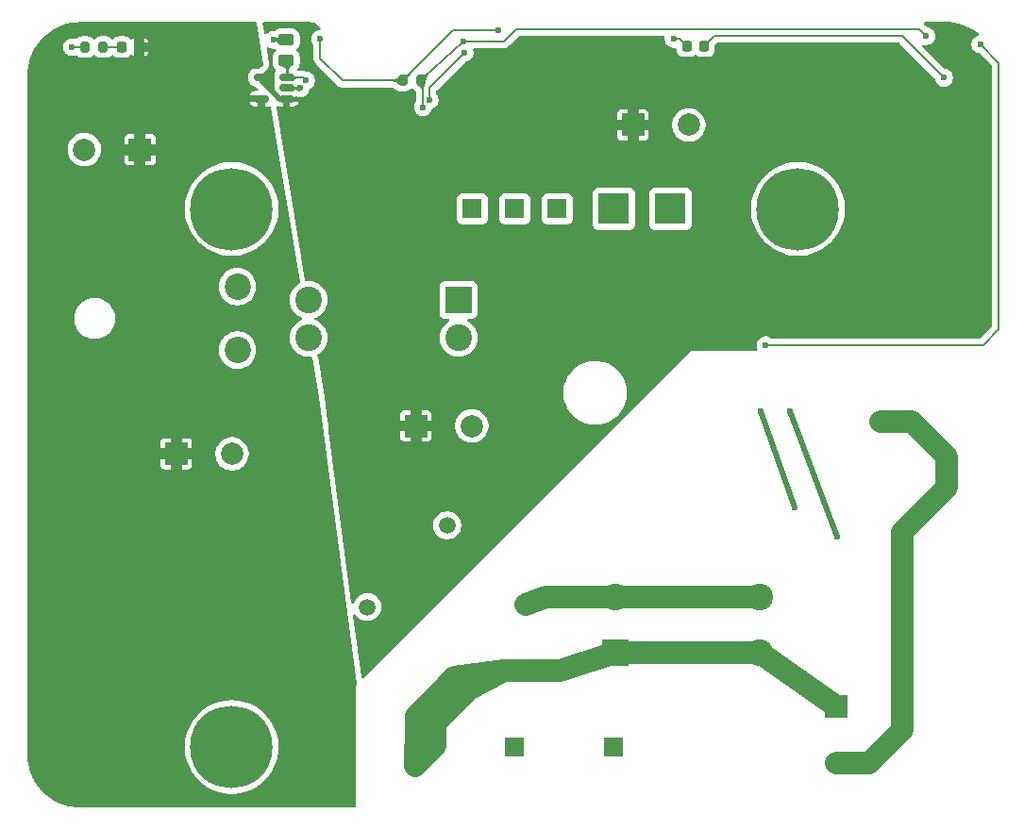
<source format=gbr>
%TF.GenerationSoftware,KiCad,Pcbnew,9.0.0*%
%TF.CreationDate,2025-03-29T15:41:40+01:00*%
%TF.ProjectId,TDK_DCDC_pcb,54444b5f-4443-4444-935f-7063622e6b69,rev?*%
%TF.SameCoordinates,Original*%
%TF.FileFunction,Copper,L2,Bot*%
%TF.FilePolarity,Positive*%
%FSLAX46Y46*%
G04 Gerber Fmt 4.6, Leading zero omitted, Abs format (unit mm)*
G04 Created by KiCad (PCBNEW 9.0.0) date 2025-03-29 15:41:40*
%MOMM*%
%LPD*%
G01*
G04 APERTURE LIST*
G04 Aperture macros list*
%AMRoundRect*
0 Rectangle with rounded corners*
0 $1 Rounding radius*
0 $2 $3 $4 $5 $6 $7 $8 $9 X,Y pos of 4 corners*
0 Add a 4 corners polygon primitive as box body*
4,1,4,$2,$3,$4,$5,$6,$7,$8,$9,$2,$3,0*
0 Add four circle primitives for the rounded corners*
1,1,$1+$1,$2,$3*
1,1,$1+$1,$4,$5*
1,1,$1+$1,$6,$7*
1,1,$1+$1,$8,$9*
0 Add four rect primitives between the rounded corners*
20,1,$1+$1,$2,$3,$4,$5,0*
20,1,$1+$1,$4,$5,$6,$7,0*
20,1,$1+$1,$6,$7,$8,$9,0*
20,1,$1+$1,$8,$9,$2,$3,0*%
G04 Aperture macros list end*
%TA.AperFunction,ComponentPad*%
%ADD10C,1.500000*%
%TD*%
%TA.AperFunction,ComponentPad*%
%ADD11R,2.400000X2.400000*%
%TD*%
%TA.AperFunction,ComponentPad*%
%ADD12C,2.400000*%
%TD*%
%TA.AperFunction,ComponentPad*%
%ADD13R,2.000000X2.000000*%
%TD*%
%TA.AperFunction,ComponentPad*%
%ADD14C,2.000000*%
%TD*%
%TA.AperFunction,ComponentPad*%
%ADD15C,7.400000*%
%TD*%
%TA.AperFunction,ComponentPad*%
%ADD16C,2.362200*%
%TD*%
%TA.AperFunction,ComponentPad*%
%ADD17R,1.752600X1.752600*%
%TD*%
%TA.AperFunction,ComponentPad*%
%ADD18R,2.768600X2.768600*%
%TD*%
%TA.AperFunction,SMDPad,CuDef*%
%ADD19RoundRect,0.200000X0.200000X0.275000X-0.200000X0.275000X-0.200000X-0.275000X0.200000X-0.275000X0*%
%TD*%
%TA.AperFunction,SMDPad,CuDef*%
%ADD20RoundRect,0.218750X-0.218750X-0.256250X0.218750X-0.256250X0.218750X0.256250X-0.218750X0.256250X0*%
%TD*%
%TA.AperFunction,SMDPad,CuDef*%
%ADD21RoundRect,0.250000X0.450000X-0.262500X0.450000X0.262500X-0.450000X0.262500X-0.450000X-0.262500X0*%
%TD*%
%TA.AperFunction,SMDPad,CuDef*%
%ADD22RoundRect,0.150000X0.512500X0.150000X-0.512500X0.150000X-0.512500X-0.150000X0.512500X-0.150000X0*%
%TD*%
%TA.AperFunction,SMDPad,CuDef*%
%ADD23RoundRect,0.250000X0.362500X1.425000X-0.362500X1.425000X-0.362500X-1.425000X0.362500X-1.425000X0*%
%TD*%
%TA.AperFunction,ViaPad*%
%ADD24C,0.600000*%
%TD*%
%TA.AperFunction,Conductor*%
%ADD25C,2.000000*%
%TD*%
%TA.AperFunction,Conductor*%
%ADD26C,0.200000*%
%TD*%
%TA.AperFunction,Conductor*%
%ADD27C,0.500000*%
%TD*%
G04 APERTURE END LIST*
D10*
%TO.P,C3,1*%
%TO.N,GND*%
X130766058Y-113762876D03*
%TO.P,C3,2*%
%TO.N,/+VIN*%
X137837126Y-120833944D03*
%TD*%
D11*
%TO.P,C1,1*%
%TO.N,/+VIN*%
X153000000Y-117823959D03*
D12*
%TO.P,C1,2*%
%TO.N,/-VIN*%
X153000000Y-112823959D03*
%TD*%
D13*
%TO.P,C10,1*%
%TO.N,/LV+*%
X110367678Y-72700000D03*
D14*
%TO.P,C10,2*%
%TO.N,GND*%
X105367678Y-72700000D03*
%TD*%
D15*
%TO.P,U6,1,1*%
%TO.N,GND*%
X118590000Y-78030000D03*
%TD*%
D12*
%TO.P,C6,1*%
%TO.N,/+VIN*%
X166000000Y-117823959D03*
%TO.P,C6,2*%
%TO.N,/-VIN*%
X166000000Y-112823959D03*
%TD*%
D10*
%TO.P,C2,1*%
%TO.N,/-VIN*%
X145000000Y-113500000D03*
%TO.P,C2,2*%
%TO.N,GND*%
X137928932Y-106428932D03*
%TD*%
D15*
%TO.P,U7,1,1*%
%TO.N,GND*%
X118590000Y-126330000D03*
%TD*%
D13*
%TO.P,C9,1*%
%TO.N,/Vout+*%
X135132323Y-97500000D03*
D14*
%TO.P,C9,2*%
%TO.N,/Vout-*%
X140132323Y-97500000D03*
%TD*%
D13*
%TO.P,C11,1*%
%TO.N,/LV+*%
X113632323Y-100000000D03*
D14*
%TO.P,C11,2*%
%TO.N,GND*%
X118632323Y-100000000D03*
%TD*%
D13*
%TO.P,C8,1*%
%TO.N,/Vout+*%
X154604323Y-70485000D03*
D14*
%TO.P,C8,2*%
%TO.N,/Vout-*%
X159604323Y-70485000D03*
%TD*%
D15*
%TO.P,U5,1,1*%
%TO.N,N/C*%
X169390000Y-78030000D03*
%TD*%
D13*
%TO.P,D1,1,K*%
%TO.N,/+VIN*%
X172805000Y-122710000D03*
D14*
%TO.P,D1,2,A*%
%TO.N,/HV-in*%
X172805000Y-127789999D03*
%TD*%
D12*
%TO.P,F2,1*%
%TO.N,/Vout-*%
X138950000Y-89589177D03*
D11*
X138950000Y-86189177D03*
D12*
%TO.P,F2,2*%
%TO.N,GND*%
X125480000Y-89589177D03*
X125480000Y-86189177D03*
%TD*%
D16*
%TO.P,LV_out1,1,Pin_1*%
%TO.N,/LV+*%
X113613551Y-90700779D03*
%TO.P,LV_out1,2,Pin_2*%
X113613551Y-85000776D03*
%TO.P,LV_out1,3,Pin_3*%
%TO.N,GND*%
X119113551Y-90700779D03*
%TO.P,LV_out1,4,Pin_4*%
X119113550Y-85000775D03*
%TD*%
D17*
%TO.P,U1,1,CNT*%
%TO.N,Net-(JP1-A)*%
X152880000Y-126320000D03*
%TO.P,U1,2,-VIN*%
%TO.N,/-VIN*%
X143990000Y-126320000D03*
%TO.P,U1,3,+VIN*%
%TO.N,/+VIN*%
X135100000Y-126320000D03*
D18*
%TO.P,U1,4,+Vout*%
%TO.N,/Vout+*%
X130020000Y-78020000D03*
%TO.P,U1,5,+Vout*%
X135100000Y-78020000D03*
D17*
%TO.P,U1,6,+S*%
%TO.N,Net-(U1-+S)*%
X140180000Y-78020000D03*
%TO.P,U1,7,TRM*%
%TO.N,Net-(U1-TRM)*%
X143990000Y-78020000D03*
%TO.P,U1,8,-S*%
%TO.N,/Vout-*%
X147800000Y-78020000D03*
D18*
%TO.P,U1,9,-Vout*%
X152880000Y-78020000D03*
%TO.P,U1,10,-Vout*%
X157960000Y-78020000D03*
%TD*%
D19*
%TO.P,R8,1*%
%TO.N,Net-(D5-K)*%
X107075000Y-63500000D03*
%TO.P,R8,2*%
%TO.N,GND*%
X105425000Y-63500000D03*
%TD*%
D20*
%TO.P,D2,1,K*%
%TO.N,GND*%
X159424998Y-63400000D03*
%TO.P,D2,2,A*%
%TO.N,Net-(D2-A)*%
X161000000Y-63400000D03*
%TD*%
D21*
%TO.P,R2,1*%
%TO.N,/I_meas_weak*%
X123500000Y-64662500D03*
%TO.P,R2,2*%
%TO.N,GND*%
X123500000Y-62837500D03*
%TD*%
D19*
%TO.P,R4,1*%
%TO.N,+3V3*%
X135575000Y-66500000D03*
%TO.P,R4,2*%
%TO.N,/TEMP_TSDCDC*%
X133925000Y-66500000D03*
%TD*%
D22*
%TO.P,U3,1*%
%TO.N,/I_meas_weak*%
X123537500Y-66234178D03*
%TO.P,U3,2,GND*%
%TO.N,GND*%
X123537500Y-67184177D03*
%TO.P,U3,3,+*%
%TO.N,/Vout+*%
X123537500Y-68134176D03*
%TO.P,U3,4,-*%
%TO.N,/LV+*%
X121262500Y-68134176D03*
%TO.P,U3,5,V+*%
%TO.N,/Vout+*%
X121262500Y-66234178D03*
%TD*%
D23*
%TO.P,Rshunt1,1*%
%TO.N,/Vout+*%
X125662500Y-70884177D03*
%TO.P,Rshunt1,2*%
%TO.N,/LV+*%
X119737500Y-70884177D03*
%TD*%
D20*
%TO.P,D5,1,K*%
%TO.N,Net-(D5-K)*%
X108724998Y-63500000D03*
%TO.P,D5,2,A*%
%TO.N,/LV+*%
X110300000Y-63500000D03*
%TD*%
D24*
%TO.N,GND*%
X158250000Y-62750000D03*
X124750000Y-67184177D03*
X166500000Y-90250000D03*
X185750000Y-63250000D03*
X122337500Y-62837500D03*
X104250000Y-63500000D03*
%TO.N,+3V3*%
X135750000Y-68878640D03*
X180910000Y-62516000D03*
X139400000Y-63000000D03*
%TO.N,/TEMP_TSDCDC*%
X126540000Y-62750000D03*
X142500000Y-62000000D03*
%TO.N,/HV-in*%
X178290859Y-97132087D03*
X179639070Y-97139070D03*
X180500000Y-98000000D03*
X176826325Y-97139070D03*
%TO.N,/LV_I_measure*%
X136350000Y-68250000D03*
X139500000Y-64000000D03*
%TO.N,/I_meas_weak*%
X125257911Y-66492089D03*
%TO.N,Net-(D2-A)*%
X182500000Y-66250000D03*
%TO.N,/Enable_G*%
X166045104Y-96154410D03*
X169131211Y-104859994D03*
%TO.N,/Enable_Opto*%
X172873966Y-107462335D03*
X168638212Y-96146998D03*
%TD*%
D25*
%TO.N,/-VIN*%
X166000000Y-112823959D02*
X153000000Y-112823959D01*
X153000000Y-112823959D02*
X146747038Y-112824351D01*
X146747038Y-112824351D02*
X145000000Y-113500000D01*
D26*
%TO.N,GND*%
X122337500Y-62837500D02*
X123500000Y-62837500D01*
X166500000Y-90250000D02*
X170000000Y-90250000D01*
X170000000Y-90250000D02*
X186021032Y-90250000D01*
X158774998Y-62750000D02*
X158250000Y-62750000D01*
X124750000Y-67184177D02*
X123537500Y-67184177D01*
X187416334Y-88854698D02*
X187416334Y-64916334D01*
X186021032Y-90250000D02*
X187416334Y-88854698D01*
X105425000Y-63500000D02*
X104250000Y-63500000D01*
X187416334Y-64916334D02*
X185750000Y-63250000D01*
X159424998Y-63400000D02*
X158774998Y-62750000D01*
D25*
%TO.N,/+VIN*%
X135100000Y-127984177D02*
X136800000Y-126284177D01*
X138571070Y-120100000D02*
X143000000Y-119500000D01*
X143000000Y-119500000D02*
X148000000Y-119500000D01*
X135114659Y-123556411D02*
X135114659Y-126305341D01*
X135100000Y-127984177D02*
X135100000Y-126314659D01*
X153000000Y-117823959D02*
X148000000Y-119500000D01*
X136856747Y-124166953D02*
X139961850Y-121061850D01*
X139961850Y-121061850D02*
X143000000Y-119500000D01*
X137837126Y-120833944D02*
X135114659Y-123556411D01*
X153000000Y-117823959D02*
X166000000Y-117823959D01*
X166000000Y-117823959D02*
X172805000Y-122710000D01*
X137837126Y-120833944D02*
X138571070Y-120100000D01*
X136856747Y-126227430D02*
X136856747Y-124200000D01*
D26*
%TO.N,+3V3*%
X139400000Y-63000000D02*
X143000000Y-63000000D01*
X135750000Y-66675000D02*
X135575000Y-66500000D01*
X143000000Y-63000000D02*
X144100000Y-61900000D01*
X180294000Y-61900000D02*
X180910000Y-62516000D01*
X135750000Y-68878640D02*
X135750000Y-66675000D01*
X135575000Y-66500000D02*
X135825000Y-66250000D01*
X135825000Y-66250000D02*
X139400000Y-63000000D01*
X144100000Y-61900000D02*
X180294000Y-61900000D01*
D27*
%TO.N,/LV+*%
X110300000Y-72632322D02*
X110367678Y-72700000D01*
D26*
%TO.N,/TEMP_TSDCDC*%
X133925000Y-66500000D02*
X128510000Y-66500000D01*
X126540000Y-64530000D02*
X126540000Y-62750000D01*
X128510000Y-66500000D02*
X126540000Y-64530000D01*
X138425000Y-62000000D02*
X133925000Y-66500000D01*
X142500000Y-62000000D02*
X138425000Y-62000000D01*
D25*
%TO.N,/HV-in*%
X178750000Y-107029443D02*
X182750000Y-103029443D01*
X182750000Y-103029443D02*
X182750000Y-100250000D01*
X172805000Y-127789999D02*
X175766001Y-127789999D01*
X179639070Y-97139070D02*
X176826325Y-97139070D01*
X182750000Y-100250000D02*
X179639070Y-97139070D01*
X178750000Y-124806000D02*
X178750000Y-107029443D01*
X175766001Y-127789999D02*
X178750000Y-124806000D01*
D26*
%TO.N,/LV_I_measure*%
X136350000Y-68250000D02*
X136350000Y-67150000D01*
X136350000Y-67150000D02*
X139500000Y-64000000D01*
%TO.N,/I_meas_weak*%
X123587500Y-64384177D02*
X123587500Y-66184178D01*
X123587500Y-66184178D02*
X123537500Y-66234178D01*
X125257911Y-66492089D02*
X125000000Y-66234178D01*
X125000000Y-66234178D02*
X123537500Y-66234178D01*
%TO.N,Net-(D2-A)*%
X178750000Y-62500000D02*
X161900000Y-62500000D01*
X161900000Y-62500000D02*
X161000000Y-63400000D01*
X182500000Y-66250000D02*
X178750000Y-62500000D01*
%TO.N,Net-(D5-K)*%
X107075000Y-63500000D02*
X108724998Y-63500000D01*
D27*
%TO.N,/Vout+*%
X122174178Y-66960000D02*
X122174178Y-67394178D01*
X122914176Y-68134176D02*
X122175000Y-67395000D01*
X122175000Y-67395000D02*
X121262500Y-66482500D01*
X123537500Y-68134176D02*
X122914176Y-68134176D01*
X122174178Y-66234178D02*
X122174178Y-66960000D01*
X121262500Y-66234178D02*
X122174178Y-66234178D01*
X121262500Y-66482500D02*
X121262500Y-66234178D01*
D26*
X125662500Y-70884177D02*
X125662500Y-69867500D01*
D27*
X122174178Y-67394178D02*
X122175000Y-67395000D01*
X121262500Y-66234178D02*
X121448356Y-66234178D01*
X121262500Y-66234178D02*
X121360000Y-66234178D01*
D26*
X125662500Y-69867500D02*
X125670000Y-69860000D01*
D27*
X121360000Y-66234178D02*
X122174178Y-65420000D01*
X121448356Y-66234178D02*
X122174178Y-66960000D01*
X122174178Y-66234178D02*
X122174178Y-65420000D01*
%TO.N,/Enable_G*%
X169131211Y-104859994D02*
X166045104Y-96154410D01*
%TO.N,/Enable_Opto*%
X172873966Y-107462335D02*
X168638212Y-96146998D01*
%TO.N,/Vout-*%
X159424998Y-70305675D02*
X159604323Y-70485000D01*
%TD*%
%TA.AperFunction,Conductor*%
%TO.N,/I_meas_weak*%
G36*
X123684334Y-65637605D02*
G01*
X123687758Y-65645614D01*
X123687840Y-65649273D01*
X123687841Y-65649283D01*
X123707969Y-65771394D01*
X123707972Y-65771404D01*
X123748072Y-65863533D01*
X123748074Y-65863535D01*
X123799364Y-65916054D01*
X123799365Y-65916054D01*
X123799366Y-65916055D01*
X123843460Y-65928500D01*
X123850490Y-65934044D01*
X123851541Y-65942937D01*
X123848217Y-65948356D01*
X123546126Y-66227215D01*
X123537722Y-66230309D01*
X123529593Y-66226554D01*
X123529566Y-66226525D01*
X123469849Y-66161398D01*
X123276056Y-65950048D01*
X123272992Y-65941635D01*
X123276774Y-65933518D01*
X123282736Y-65930605D01*
X123320673Y-65924221D01*
X123364503Y-65901279D01*
X123401065Y-65868137D01*
X123439558Y-65812312D01*
X123466226Y-65750480D01*
X123485745Y-65643773D01*
X123490604Y-65636251D01*
X123497254Y-65634178D01*
X123676061Y-65634178D01*
X123684334Y-65637605D01*
G37*
%TD.AperFunction*%
%TD*%
%TA.AperFunction,Conductor*%
%TO.N,GND*%
G36*
X124688405Y-66894265D02*
G01*
X124693780Y-66901427D01*
X124693915Y-66902014D01*
X124750530Y-67181857D01*
X124750530Y-67186497D01*
X124693921Y-67466309D01*
X124688921Y-67473738D01*
X124680133Y-67475457D01*
X124679518Y-67475315D01*
X124644762Y-67466309D01*
X124608119Y-67456814D01*
X124606723Y-67456356D01*
X124578669Y-67445153D01*
X124542503Y-67430712D01*
X124540883Y-67429915D01*
X124443614Y-67372346D01*
X124443203Y-67372091D01*
X124403308Y-67346197D01*
X124304518Y-67301840D01*
X124304517Y-67301839D01*
X124238991Y-67288885D01*
X124166803Y-67284801D01*
X124158737Y-67280913D01*
X124155764Y-67273120D01*
X124155764Y-67095070D01*
X124159191Y-67086797D01*
X124166628Y-67083401D01*
X124256574Y-67076977D01*
X124331776Y-67057641D01*
X124390883Y-67029560D01*
X124443254Y-66996227D01*
X124443541Y-66996051D01*
X124545939Y-66936056D01*
X124547584Y-66935260D01*
X124609956Y-66910935D01*
X124611266Y-66910513D01*
X124679541Y-66893001D01*
X124688405Y-66894265D01*
G37*
%TD.AperFunction*%
%TD*%
%TA.AperFunction,Conductor*%
%TO.N,/Vout+*%
G36*
X121271778Y-66239565D02*
G01*
X121754449Y-66534178D01*
X121638654Y-66542339D01*
X121674554Y-66559076D01*
X121703086Y-66569533D01*
X121646903Y-66625715D01*
X121646902Y-66625715D01*
X121646902Y-66625714D01*
X121359510Y-66913108D01*
X121351237Y-66916535D01*
X121342964Y-66913108D01*
X121341575Y-66911433D01*
X121303212Y-66855255D01*
X121302354Y-66853777D01*
X121256505Y-66759562D01*
X121256501Y-66759553D01*
X121181520Y-66614133D01*
X121147478Y-66574595D01*
X121128437Y-66552479D01*
X121128436Y-66552478D01*
X121128434Y-66552477D01*
X121101234Y-66542339D01*
X121092591Y-66539117D01*
X121086036Y-66533018D01*
X121085715Y-66524069D01*
X121086671Y-66522092D01*
X121255708Y-66243498D01*
X121262929Y-66238204D01*
X121271778Y-66239565D01*
G37*
%TD.AperFunction*%
%TD*%
%TA.AperFunction,Conductor*%
%TO.N,/I_meas_weak*%
G36*
X123508568Y-64669015D02*
G01*
X124038884Y-65134142D01*
X124042844Y-65142173D01*
X124039965Y-65150653D01*
X124033860Y-65154324D01*
X123975551Y-65168104D01*
X123975548Y-65168105D01*
X123921862Y-65198455D01*
X123921858Y-65198457D01*
X123873312Y-65240035D01*
X123873306Y-65240041D01*
X123820076Y-65304218D01*
X123775374Y-65377702D01*
X123735333Y-65466613D01*
X123707121Y-65554835D01*
X123688977Y-65677512D01*
X123684377Y-65685195D01*
X123677403Y-65687500D01*
X123497969Y-65687500D01*
X123489696Y-65684073D01*
X123486341Y-65677096D01*
X123483647Y-65652928D01*
X123479808Y-65618479D01*
X123457385Y-65554836D01*
X123428392Y-65472546D01*
X123428387Y-65472536D01*
X123344621Y-65341613D01*
X123245781Y-65246665D01*
X123140183Y-65190273D01*
X123050230Y-65174538D01*
X123042671Y-65169737D01*
X123040721Y-65160997D01*
X123043654Y-65155071D01*
X123492263Y-64669867D01*
X123500395Y-64666120D01*
X123508568Y-64669015D01*
G37*
%TD.AperFunction*%
%TD*%
%TA.AperFunction,Conductor*%
%TO.N,/Vout+*%
G36*
X121568072Y-66286419D02*
G01*
X121596560Y-66291344D01*
X121925000Y-66348123D01*
X121909098Y-66372247D01*
X121906597Y-66395489D01*
X121933174Y-66439312D01*
X121987492Y-66479558D01*
X122052310Y-66516191D01*
X122137264Y-66569533D01*
X121783711Y-66923086D01*
X121726308Y-66863260D01*
X121675109Y-66813080D01*
X121675109Y-66813079D01*
X121562162Y-66702382D01*
X121562158Y-66702379D01*
X121514799Y-66668823D01*
X121428399Y-66607604D01*
X121428396Y-66607602D01*
X121428395Y-66607602D01*
X121428390Y-66607599D01*
X121297683Y-66552573D01*
X121178302Y-66536087D01*
X121170576Y-66531561D01*
X121168313Y-66522896D01*
X121168768Y-66520906D01*
X121258668Y-66243123D01*
X121264476Y-66236309D01*
X121271790Y-66235199D01*
X121568072Y-66286419D01*
G37*
%TD.AperFunction*%
%TD*%
%TA.AperFunction,Conductor*%
%TO.N,/Vout+*%
G36*
X122048908Y-65898823D02*
G01*
X121990456Y-65934375D01*
X121951388Y-65955549D01*
X121894153Y-65997469D01*
X121881483Y-66030113D01*
X121892749Y-66050684D01*
X121922493Y-66071574D01*
X121576362Y-66157130D01*
X121576361Y-66157130D01*
X121272028Y-66232354D01*
X121263175Y-66231013D01*
X121258215Y-66224966D01*
X121158396Y-65948228D01*
X121158813Y-65939283D01*
X121165432Y-65933252D01*
X121168176Y-65932623D01*
X121226829Y-65926484D01*
X121295561Y-65905093D01*
X121359702Y-65872545D01*
X121419429Y-65831378D01*
X121514237Y-65744453D01*
X121526358Y-65733340D01*
X121617772Y-65631288D01*
X121695355Y-65545270D01*
X122048908Y-65898823D01*
G37*
%TD.AperFunction*%
%TD*%
%TA.AperFunction,Conductor*%
%TO.N,+3V3*%
G36*
X135583634Y-66506990D02*
G01*
X135584531Y-66507733D01*
X135950751Y-66843268D01*
X135954536Y-66851384D01*
X135951474Y-66859799D01*
X135951108Y-66860180D01*
X135924944Y-66886269D01*
X135898373Y-66940568D01*
X135865555Y-67086270D01*
X135865554Y-67086281D01*
X135852403Y-67245468D01*
X135852402Y-67245486D01*
X135850213Y-67363517D01*
X135846633Y-67371725D01*
X135838515Y-67375000D01*
X135660611Y-67375000D01*
X135652338Y-67371573D01*
X135648985Y-67364618D01*
X135648130Y-67357075D01*
X135643375Y-67315118D01*
X135624543Y-67249991D01*
X135557873Y-67122917D01*
X135467523Y-67022873D01*
X135364771Y-66958245D01*
X135364772Y-66958245D01*
X135269994Y-66933815D01*
X135262838Y-66928431D01*
X135261584Y-66919565D01*
X135263542Y-66915480D01*
X135567258Y-66509352D01*
X135574956Y-66504780D01*
X135583634Y-66506990D01*
G37*
%TD.AperFunction*%
%TD*%
%TA.AperFunction,Conductor*%
%TO.N,/TEMP_TSDCDC*%
G36*
X133586035Y-66115199D02*
G01*
X133919155Y-66492253D01*
X133922065Y-66500722D01*
X133919155Y-66507747D01*
X133588648Y-66881842D01*
X133580602Y-66885773D01*
X133572133Y-66882863D01*
X133568361Y-66876142D01*
X133568163Y-66875028D01*
X133549516Y-66824510D01*
X133520180Y-66779113D01*
X133520178Y-66779111D01*
X133520177Y-66779109D01*
X133471061Y-66729197D01*
X133471053Y-66729190D01*
X133412082Y-66687408D01*
X133412078Y-66687405D01*
X133333315Y-66647757D01*
X133333311Y-66647755D01*
X133333304Y-66647752D01*
X133253006Y-66620002D01*
X133253001Y-66620000D01*
X133252999Y-66620000D01*
X133134893Y-66601545D01*
X133127249Y-66596883D01*
X133125000Y-66589986D01*
X133125000Y-66410225D01*
X133128427Y-66401952D01*
X133135130Y-66398631D01*
X133231078Y-66385667D01*
X133371976Y-66334582D01*
X133478173Y-66264699D01*
X133543799Y-66186111D01*
X133566173Y-66119231D01*
X133572046Y-66112476D01*
X133580979Y-66111850D01*
X133586035Y-66115199D01*
G37*
%TD.AperFunction*%
%TD*%
%TA.AperFunction,Conductor*%
%TO.N,GND*%
G36*
X122963144Y-62352562D02*
G01*
X122965752Y-62354342D01*
X123491378Y-62828815D01*
X123495223Y-62836902D01*
X123492223Y-62845340D01*
X123491378Y-62846185D01*
X122966109Y-63320335D01*
X122957671Y-63323335D01*
X122949584Y-63319490D01*
X122947656Y-63316573D01*
X122929303Y-63276976D01*
X122915035Y-63246191D01*
X122907328Y-63235901D01*
X122868799Y-63184459D01*
X122812296Y-63128984D01*
X122812293Y-63128981D01*
X122735944Y-63071994D01*
X122735934Y-63071988D01*
X122652890Y-63024461D01*
X122647986Y-63022322D01*
X122562357Y-62984976D01*
X122562349Y-62984973D01*
X122562348Y-62984973D01*
X122473766Y-62957047D01*
X122473764Y-62957046D01*
X122473759Y-62957045D01*
X122347539Y-62938940D01*
X122339836Y-62934374D01*
X122337500Y-62927359D01*
X122337500Y-62748944D01*
X122340927Y-62740671D01*
X122347916Y-62737315D01*
X122423021Y-62729051D01*
X122508316Y-62708304D01*
X122675667Y-62638702D01*
X122810213Y-62547799D01*
X122902309Y-62448088D01*
X122947448Y-62357793D01*
X122954211Y-62351928D01*
X122963144Y-62352562D01*
G37*
%TD.AperFunction*%
%TD*%
%TA.AperFunction,Conductor*%
%TO.N,/Vout+*%
G36*
X125586899Y-61244830D02*
G01*
X125776079Y-61271002D01*
X125795114Y-61275183D01*
X125979716Y-61331266D01*
X125997858Y-61338379D01*
X126171374Y-61422714D01*
X126188188Y-61432593D01*
X126194356Y-61436903D01*
X126346322Y-61543089D01*
X126361374Y-61555477D01*
X126423599Y-61615496D01*
X126500225Y-61689407D01*
X126513155Y-61704011D01*
X126548857Y-61751370D01*
X126573495Y-61816751D01*
X126558873Y-61885074D01*
X126509634Y-61934645D01*
X126467040Y-61947853D01*
X126467132Y-61948311D01*
X126462762Y-61949180D01*
X126462002Y-61949416D01*
X126461159Y-61949499D01*
X126306510Y-61980261D01*
X126306498Y-61980264D01*
X126160827Y-62040602D01*
X126160814Y-62040609D01*
X126029711Y-62128210D01*
X126029707Y-62128213D01*
X125918213Y-62239707D01*
X125918210Y-62239711D01*
X125830609Y-62370814D01*
X125830602Y-62370827D01*
X125770264Y-62516498D01*
X125770261Y-62516510D01*
X125739500Y-62671153D01*
X125739500Y-62828846D01*
X125770261Y-62983489D01*
X125770264Y-62983501D01*
X125830602Y-63129172D01*
X125830609Y-63129185D01*
X125918602Y-63260874D01*
X125939480Y-63327551D01*
X125939500Y-63329765D01*
X125939500Y-64443330D01*
X125939499Y-64443348D01*
X125939499Y-64609054D01*
X125939498Y-64609054D01*
X125980423Y-64761786D01*
X125980424Y-64761787D01*
X126002775Y-64800500D01*
X126059480Y-64898716D01*
X126059482Y-64898718D01*
X126178349Y-65017585D01*
X126178354Y-65017589D01*
X128141284Y-66980520D01*
X128141286Y-66980521D01*
X128141290Y-66980524D01*
X128209210Y-67019737D01*
X128278216Y-67059577D01*
X128430943Y-67100501D01*
X128430945Y-67100501D01*
X128596654Y-67100501D01*
X128596670Y-67100500D01*
X133033285Y-67100500D01*
X133100324Y-67120185D01*
X133139400Y-67160348D01*
X133164269Y-67201486D01*
X133169530Y-67210188D01*
X133289811Y-67330469D01*
X133289813Y-67330470D01*
X133289815Y-67330472D01*
X133435394Y-67418478D01*
X133597804Y-67469086D01*
X133668384Y-67475500D01*
X133668387Y-67475500D01*
X134181613Y-67475500D01*
X134181616Y-67475500D01*
X134252196Y-67469086D01*
X134414606Y-67418478D01*
X134560185Y-67330472D01*
X134605114Y-67285543D01*
X134662319Y-67228339D01*
X134723642Y-67194854D01*
X134793334Y-67199838D01*
X134837681Y-67228339D01*
X134939811Y-67330469D01*
X134939813Y-67330470D01*
X134939815Y-67330472D01*
X135085394Y-67418478D01*
X135085396Y-67418478D01*
X135089650Y-67421050D01*
X135136837Y-67472578D01*
X135149500Y-67527167D01*
X135149500Y-68298874D01*
X135129815Y-68365913D01*
X135128602Y-68367765D01*
X135040609Y-68499454D01*
X135040602Y-68499467D01*
X134980264Y-68645138D01*
X134980261Y-68645150D01*
X134949500Y-68799793D01*
X134949500Y-68957486D01*
X134980261Y-69112129D01*
X134980264Y-69112141D01*
X135040602Y-69257812D01*
X135040609Y-69257825D01*
X135128210Y-69388928D01*
X135128213Y-69388932D01*
X135239707Y-69500426D01*
X135239711Y-69500429D01*
X135370814Y-69588030D01*
X135370827Y-69588037D01*
X135516498Y-69648375D01*
X135516503Y-69648377D01*
X135671153Y-69679139D01*
X135671156Y-69679140D01*
X135671158Y-69679140D01*
X135828844Y-69679140D01*
X135828845Y-69679139D01*
X135983497Y-69648377D01*
X136129179Y-69588034D01*
X136260289Y-69500429D01*
X136307205Y-69453513D01*
X153204323Y-69453513D01*
X153204323Y-69985000D01*
X154104323Y-69985000D01*
X154104323Y-69085000D01*
X153572843Y-69085000D01*
X153479173Y-69099835D01*
X153479167Y-69099837D01*
X153366281Y-69157356D01*
X153366272Y-69157363D01*
X153276686Y-69246949D01*
X153276683Y-69246953D01*
X153219156Y-69359855D01*
X153204323Y-69453513D01*
X136307205Y-69453513D01*
X136371789Y-69388929D01*
X136459394Y-69257819D01*
X136463897Y-69246949D01*
X136501005Y-69157360D01*
X136519737Y-69112137D01*
X136521110Y-69105233D01*
X136553489Y-69043322D01*
X136595271Y-69014860D01*
X136729179Y-68959394D01*
X136860289Y-68871789D01*
X136971789Y-68760289D01*
X137059394Y-68629179D01*
X137119737Y-68483497D01*
X137150500Y-68328842D01*
X137150500Y-68171158D01*
X137150500Y-68171155D01*
X137150499Y-68171153D01*
X137138072Y-68108677D01*
X137119737Y-68016503D01*
X137111196Y-67995883D01*
X137059397Y-67870827D01*
X137059390Y-67870814D01*
X136971398Y-67739125D01*
X136965747Y-67721078D01*
X136955523Y-67705169D01*
X136951071Y-67674207D01*
X136950520Y-67672447D01*
X136950500Y-67670234D01*
X136950500Y-67450097D01*
X136970185Y-67383058D01*
X136986819Y-67362416D01*
X138244086Y-66105149D01*
X139514664Y-64834571D01*
X139575985Y-64801088D01*
X139578152Y-64800637D01*
X139578841Y-64800500D01*
X139578842Y-64800500D01*
X139733497Y-64769737D01*
X139879179Y-64709394D01*
X140010289Y-64621789D01*
X140121789Y-64510289D01*
X140209394Y-64379179D01*
X140215087Y-64365436D01*
X140251189Y-64278276D01*
X140269737Y-64233497D01*
X140300500Y-64078842D01*
X140300500Y-63921158D01*
X140300500Y-63921155D01*
X140300499Y-63921153D01*
X140294211Y-63889541D01*
X140269737Y-63766503D01*
X140269732Y-63766492D01*
X140267969Y-63760676D01*
X140270720Y-63759841D01*
X140264497Y-63702641D01*
X140295691Y-63640122D01*
X140355734Y-63604392D01*
X140386555Y-63600500D01*
X142913331Y-63600500D01*
X142913347Y-63600501D01*
X142920943Y-63600501D01*
X143079054Y-63600501D01*
X143079057Y-63600501D01*
X143231785Y-63559577D01*
X143284647Y-63529057D01*
X143284648Y-63529057D01*
X143368709Y-63480524D01*
X143368708Y-63480524D01*
X143368716Y-63480520D01*
X143480520Y-63368716D01*
X143480520Y-63368714D01*
X143490724Y-63358511D01*
X143490727Y-63358506D01*
X144312416Y-62536819D01*
X144373739Y-62503334D01*
X144400097Y-62500500D01*
X157332351Y-62500500D01*
X157399390Y-62520185D01*
X157445145Y-62572989D01*
X157455089Y-62642147D01*
X157453969Y-62648690D01*
X157449500Y-62671158D01*
X157449500Y-62828846D01*
X157480261Y-62983489D01*
X157480264Y-62983501D01*
X157540602Y-63129172D01*
X157540609Y-63129185D01*
X157628210Y-63260288D01*
X157628213Y-63260292D01*
X157739707Y-63371786D01*
X157739711Y-63371789D01*
X157870814Y-63459390D01*
X157870827Y-63459397D01*
X157974635Y-63502395D01*
X158016503Y-63519737D01*
X158153030Y-63546894D01*
X158171153Y-63550499D01*
X158171156Y-63550500D01*
X158171158Y-63550500D01*
X158328840Y-63550500D01*
X158328842Y-63550500D01*
X158338805Y-63548518D01*
X158408395Y-63554744D01*
X158463573Y-63597605D01*
X158486820Y-63663494D01*
X158486998Y-63670135D01*
X158486998Y-63704181D01*
X158497061Y-63802683D01*
X158549948Y-63962284D01*
X158549953Y-63962295D01*
X158638214Y-64105387D01*
X158638217Y-64105391D01*
X158757106Y-64224280D01*
X158757110Y-64224283D01*
X158900202Y-64312544D01*
X158900205Y-64312545D01*
X158900211Y-64312549D01*
X159059813Y-64365436D01*
X159158324Y-64375500D01*
X159158329Y-64375500D01*
X159691667Y-64375500D01*
X159691672Y-64375500D01*
X159790183Y-64365436D01*
X159949785Y-64312549D01*
X160092889Y-64224281D01*
X160124818Y-64192352D01*
X160186141Y-64158867D01*
X160255833Y-64163851D01*
X160300180Y-64192352D01*
X160332108Y-64224280D01*
X160332112Y-64224283D01*
X160475204Y-64312544D01*
X160475207Y-64312545D01*
X160475213Y-64312549D01*
X160634815Y-64365436D01*
X160733326Y-64375500D01*
X160733331Y-64375500D01*
X161266669Y-64375500D01*
X161266674Y-64375500D01*
X161365185Y-64365436D01*
X161524787Y-64312549D01*
X161667891Y-64224281D01*
X161786781Y-64105391D01*
X161875049Y-63962287D01*
X161927936Y-63802685D01*
X161938000Y-63704174D01*
X161938000Y-63362597D01*
X161946644Y-63333156D01*
X161953168Y-63303170D01*
X161956922Y-63298154D01*
X161957685Y-63295558D01*
X161974319Y-63274916D01*
X162112416Y-63136819D01*
X162173739Y-63103334D01*
X162200097Y-63100500D01*
X178449903Y-63100500D01*
X178516942Y-63120185D01*
X178537584Y-63136819D01*
X181665425Y-66264660D01*
X181698910Y-66325983D01*
X181699361Y-66328149D01*
X181730261Y-66483491D01*
X181730264Y-66483501D01*
X181790602Y-66629172D01*
X181790609Y-66629185D01*
X181878210Y-66760288D01*
X181878213Y-66760292D01*
X181989707Y-66871786D01*
X181989711Y-66871789D01*
X182120814Y-66959390D01*
X182120827Y-66959397D01*
X182266498Y-67019735D01*
X182266503Y-67019737D01*
X182376199Y-67041557D01*
X182421153Y-67050499D01*
X182421156Y-67050500D01*
X182421158Y-67050500D01*
X182578844Y-67050500D01*
X182578845Y-67050499D01*
X182733497Y-67019737D01*
X182879179Y-66959394D01*
X183010289Y-66871789D01*
X183121789Y-66760289D01*
X183209394Y-66629179D01*
X183269737Y-66483497D01*
X183300500Y-66328842D01*
X183300500Y-66171158D01*
X183300500Y-66171155D01*
X183300499Y-66171153D01*
X183269737Y-66016503D01*
X183237482Y-65938631D01*
X183209397Y-65870827D01*
X183209390Y-65870814D01*
X183121789Y-65739711D01*
X183121786Y-65739707D01*
X183010292Y-65628213D01*
X183010288Y-65628210D01*
X182879185Y-65540609D01*
X182879172Y-65540602D01*
X182733501Y-65480264D01*
X182733491Y-65480261D01*
X182578149Y-65449361D01*
X182516238Y-65416976D01*
X182514660Y-65415425D01*
X180601630Y-63502395D01*
X180568145Y-63441072D01*
X180573129Y-63371380D01*
X180615001Y-63315447D01*
X180680465Y-63291030D01*
X180713503Y-63293097D01*
X180831155Y-63316500D01*
X180831158Y-63316500D01*
X180988844Y-63316500D01*
X180988845Y-63316499D01*
X181143497Y-63285737D01*
X181289179Y-63225394D01*
X181420289Y-63137789D01*
X181531789Y-63026289D01*
X181619394Y-62895179D01*
X181679737Y-62749497D01*
X181710500Y-62594842D01*
X181710500Y-62437158D01*
X181710500Y-62437155D01*
X181710499Y-62437153D01*
X181697306Y-62370827D01*
X181679737Y-62282503D01*
X181665028Y-62246992D01*
X181619397Y-62136827D01*
X181619390Y-62136814D01*
X181531789Y-62005711D01*
X181531786Y-62005707D01*
X181420292Y-61894213D01*
X181420288Y-61894210D01*
X181289185Y-61806609D01*
X181289172Y-61806602D01*
X181143501Y-61746264D01*
X181143491Y-61746261D01*
X180988149Y-61715361D01*
X180971392Y-61706595D01*
X180952914Y-61702576D01*
X180927877Y-61683833D01*
X180926238Y-61682976D01*
X180924660Y-61681425D01*
X180781590Y-61538355D01*
X180781588Y-61538352D01*
X180705111Y-61461875D01*
X180671626Y-61400552D01*
X180676610Y-61330860D01*
X180718482Y-61274927D01*
X180783946Y-61250510D01*
X180792804Y-61250194D01*
X182975750Y-61250496D01*
X182992685Y-61251662D01*
X183397085Y-61307545D01*
X183406967Y-61309321D01*
X183817257Y-61400349D01*
X183826945Y-61402914D01*
X184228557Y-61526855D01*
X184238000Y-61530194D01*
X184628247Y-61686222D01*
X184637386Y-61690312D01*
X184907307Y-61824500D01*
X185013735Y-61877410D01*
X185022539Y-61882241D01*
X185382492Y-62099167D01*
X185390877Y-62104695D01*
X185435548Y-62136814D01*
X185594038Y-62250772D01*
X185595520Y-62251837D01*
X185638458Y-62306955D01*
X185644781Y-62376538D01*
X185612481Y-62438494D01*
X185551813Y-62473151D01*
X185547326Y-62474131D01*
X185516504Y-62480262D01*
X185516498Y-62480264D01*
X185370827Y-62540602D01*
X185370814Y-62540609D01*
X185239711Y-62628210D01*
X185239707Y-62628213D01*
X185128213Y-62739707D01*
X185128210Y-62739711D01*
X185040609Y-62870814D01*
X185040602Y-62870827D01*
X184980264Y-63016498D01*
X184980261Y-63016510D01*
X184949500Y-63171153D01*
X184949500Y-63328846D01*
X184980261Y-63483489D01*
X184980264Y-63483501D01*
X185040602Y-63629172D01*
X185040609Y-63629185D01*
X185128210Y-63760288D01*
X185128213Y-63760292D01*
X185239707Y-63871786D01*
X185239711Y-63871789D01*
X185370814Y-63959390D01*
X185370827Y-63959397D01*
X185467472Y-63999428D01*
X185516503Y-64019737D01*
X185581147Y-64032595D01*
X185671849Y-64050638D01*
X185733760Y-64083023D01*
X185735339Y-64084574D01*
X186779515Y-65128750D01*
X186813000Y-65190073D01*
X186815834Y-65216431D01*
X186815834Y-88554601D01*
X186796149Y-88621640D01*
X186779515Y-88642282D01*
X185808616Y-89613181D01*
X185747293Y-89646666D01*
X185720935Y-89649500D01*
X167079766Y-89649500D01*
X167012727Y-89629815D01*
X167010875Y-89628602D01*
X166879185Y-89540609D01*
X166879172Y-89540602D01*
X166733501Y-89480264D01*
X166733489Y-89480261D01*
X166578845Y-89449500D01*
X166578842Y-89449500D01*
X166421158Y-89449500D01*
X166421155Y-89449500D01*
X166266510Y-89480261D01*
X166266498Y-89480264D01*
X166120827Y-89540602D01*
X166120814Y-89540609D01*
X165989711Y-89628210D01*
X165989707Y-89628213D01*
X165878213Y-89739707D01*
X165878210Y-89739711D01*
X165790609Y-89870814D01*
X165790602Y-89870827D01*
X165730264Y-90016498D01*
X165730261Y-90016510D01*
X165699500Y-90171153D01*
X165699500Y-90328846D01*
X165730261Y-90483489D01*
X165730263Y-90483497D01*
X165769634Y-90578547D01*
X165777103Y-90648017D01*
X165745828Y-90710496D01*
X165685739Y-90746148D01*
X165655073Y-90750000D01*
X159900839Y-90750000D01*
X159886964Y-90763828D01*
X159825585Y-90797210D01*
X159800198Y-90799918D01*
X159799997Y-90800000D01*
X141873143Y-108717401D01*
X141873019Y-108717525D01*
X130424705Y-120127550D01*
X130363326Y-120160932D01*
X130293643Y-120155831D01*
X130237780Y-120113866D01*
X130214226Y-120055862D01*
X129644981Y-115719553D01*
X129488617Y-114528427D01*
X129499408Y-114459397D01*
X129545808Y-114407159D01*
X129613084Y-114388298D01*
X129679877Y-114408804D01*
X129711880Y-114439403D01*
X129812230Y-114577522D01*
X129951412Y-114716704D01*
X130110653Y-114832400D01*
X130193513Y-114874619D01*
X130286028Y-114921758D01*
X130286030Y-114921758D01*
X130286033Y-114921760D01*
X130386375Y-114954363D01*
X130473231Y-114982585D01*
X130667636Y-115013376D01*
X130667641Y-115013376D01*
X130864480Y-115013376D01*
X131058884Y-114982585D01*
X131246083Y-114921760D01*
X131421463Y-114832400D01*
X131580704Y-114716704D01*
X131719886Y-114577522D01*
X131835582Y-114418281D01*
X131924942Y-114242901D01*
X131985767Y-114055702D01*
X132016558Y-113861298D01*
X132016558Y-113664453D01*
X131985767Y-113470049D01*
X131924940Y-113282846D01*
X131835581Y-113107470D01*
X131719886Y-112948230D01*
X131580704Y-112809048D01*
X131421463Y-112693352D01*
X131246087Y-112603993D01*
X131058884Y-112543166D01*
X130864480Y-112512376D01*
X130864475Y-112512376D01*
X130667641Y-112512376D01*
X130667636Y-112512376D01*
X130473231Y-112543166D01*
X130286028Y-112603993D01*
X130110652Y-112693352D01*
X130019799Y-112759361D01*
X129951412Y-112809048D01*
X129951410Y-112809050D01*
X129951409Y-112809050D01*
X129812232Y-112948227D01*
X129812232Y-112948228D01*
X129812230Y-112948230D01*
X129762543Y-113016617D01*
X129696534Y-113107470D01*
X129607175Y-113282846D01*
X129575761Y-113379529D01*
X129536323Y-113437204D01*
X129471964Y-113464402D01*
X129403118Y-113452487D01*
X129351642Y-113405242D01*
X129334885Y-113357350D01*
X128413923Y-106341783D01*
X128412443Y-106330509D01*
X136678432Y-106330509D01*
X136678432Y-106527354D01*
X136709222Y-106721758D01*
X136770049Y-106908961D01*
X136797890Y-106963601D01*
X136859408Y-107084337D01*
X136975104Y-107243578D01*
X137114286Y-107382760D01*
X137273527Y-107498456D01*
X137356387Y-107540675D01*
X137448902Y-107587814D01*
X137448904Y-107587814D01*
X137448907Y-107587816D01*
X137549249Y-107620419D01*
X137636105Y-107648641D01*
X137830510Y-107679432D01*
X137830515Y-107679432D01*
X138027354Y-107679432D01*
X138221758Y-107648641D01*
X138408957Y-107587816D01*
X138584337Y-107498456D01*
X138743578Y-107382760D01*
X138882760Y-107243578D01*
X138998456Y-107084337D01*
X139087816Y-106908957D01*
X139148641Y-106721758D01*
X139149490Y-106716399D01*
X139179432Y-106527354D01*
X139179432Y-106330509D01*
X139148641Y-106136105D01*
X139087814Y-105948902D01*
X138998455Y-105773526D01*
X138882760Y-105614286D01*
X138743578Y-105475104D01*
X138584337Y-105359408D01*
X138408961Y-105270049D01*
X138221758Y-105209222D01*
X138027354Y-105178432D01*
X138027349Y-105178432D01*
X137830515Y-105178432D01*
X137830510Y-105178432D01*
X137636105Y-105209222D01*
X137448902Y-105270049D01*
X137273526Y-105359408D01*
X137182673Y-105425417D01*
X137114286Y-105475104D01*
X137114284Y-105475106D01*
X137114283Y-105475106D01*
X136975106Y-105614283D01*
X136975106Y-105614284D01*
X136975104Y-105614286D01*
X136941532Y-105660494D01*
X136859408Y-105773526D01*
X136770049Y-105948902D01*
X136709222Y-106136105D01*
X136678432Y-106330509D01*
X128412443Y-106330509D01*
X127388633Y-98531479D01*
X133732324Y-98531479D01*
X133747158Y-98625149D01*
X133747160Y-98625155D01*
X133804679Y-98738041D01*
X133804686Y-98738050D01*
X133894272Y-98827636D01*
X133894276Y-98827639D01*
X134007178Y-98885166D01*
X134100837Y-98899999D01*
X134632322Y-98899999D01*
X135632323Y-98899999D01*
X136163802Y-98899999D01*
X136257472Y-98885164D01*
X136257478Y-98885162D01*
X136370364Y-98827643D01*
X136370373Y-98827636D01*
X136459959Y-98738050D01*
X136459962Y-98738046D01*
X136517489Y-98625144D01*
X136532323Y-98531486D01*
X136532323Y-98000000D01*
X135632323Y-98000000D01*
X135632323Y-98899999D01*
X134632322Y-98899999D01*
X134632323Y-98899998D01*
X134632323Y-98000000D01*
X133732324Y-98000000D01*
X133732324Y-98531479D01*
X127388633Y-98531479D01*
X127314240Y-97964778D01*
X127244585Y-97434174D01*
X134632323Y-97434174D01*
X134632323Y-97565826D01*
X134666398Y-97692993D01*
X134732224Y-97807007D01*
X134825316Y-97900099D01*
X134939330Y-97965925D01*
X135066497Y-98000000D01*
X135198149Y-98000000D01*
X135325316Y-97965925D01*
X135439330Y-97900099D01*
X135532422Y-97807007D01*
X135598248Y-97692993D01*
X135632323Y-97565826D01*
X135632323Y-97434174D01*
X135618316Y-97381902D01*
X138631823Y-97381902D01*
X138631823Y-97618097D01*
X138668769Y-97851368D01*
X138741756Y-98075996D01*
X138848980Y-98286433D01*
X138987806Y-98477510D01*
X139154813Y-98644517D01*
X139345890Y-98783343D01*
X139432820Y-98827636D01*
X139556326Y-98890566D01*
X139556328Y-98890566D01*
X139556331Y-98890568D01*
X139676735Y-98929689D01*
X139780954Y-98963553D01*
X140014226Y-99000500D01*
X140014231Y-99000500D01*
X140250420Y-99000500D01*
X140483691Y-98963553D01*
X140708315Y-98890568D01*
X140918756Y-98783343D01*
X141109833Y-98644517D01*
X141276840Y-98477510D01*
X141415666Y-98286433D01*
X141522891Y-98075992D01*
X141595876Y-97851368D01*
X141620960Y-97692993D01*
X141632823Y-97618097D01*
X141632823Y-97381902D01*
X141595876Y-97148631D01*
X141543731Y-96988146D01*
X141522891Y-96924008D01*
X141522889Y-96924005D01*
X141522889Y-96924003D01*
X141466325Y-96812991D01*
X141415666Y-96713567D01*
X141276840Y-96522490D01*
X141109833Y-96355483D01*
X140918756Y-96216657D01*
X140708319Y-96109433D01*
X140483691Y-96036446D01*
X140250420Y-95999500D01*
X140250415Y-95999500D01*
X140014231Y-95999500D01*
X140014226Y-95999500D01*
X139780954Y-96036446D01*
X139556326Y-96109433D01*
X139345889Y-96216657D01*
X139236873Y-96295862D01*
X139154813Y-96355483D01*
X139154811Y-96355485D01*
X139154810Y-96355485D01*
X138987808Y-96522487D01*
X138987808Y-96522488D01*
X138987806Y-96522490D01*
X138966826Y-96551367D01*
X138848980Y-96713566D01*
X138741756Y-96924003D01*
X138668769Y-97148631D01*
X138631823Y-97381902D01*
X135618316Y-97381902D01*
X135598248Y-97307007D01*
X135532422Y-97192993D01*
X135439330Y-97099901D01*
X135325316Y-97034075D01*
X135198149Y-97000000D01*
X135632323Y-97000000D01*
X136532322Y-97000000D01*
X136532322Y-96468520D01*
X136517487Y-96374850D01*
X136517485Y-96374844D01*
X136459966Y-96261958D01*
X136459959Y-96261949D01*
X136370373Y-96172363D01*
X136370369Y-96172360D01*
X136257467Y-96114833D01*
X136163809Y-96100000D01*
X135632323Y-96100000D01*
X135632323Y-97000000D01*
X135198149Y-97000000D01*
X135066497Y-97000000D01*
X134939330Y-97034075D01*
X134825316Y-97099901D01*
X134732224Y-97192993D01*
X134666398Y-97307007D01*
X134632323Y-97434174D01*
X127244585Y-97434174D01*
X127239203Y-97393176D01*
X127239203Y-97393175D01*
X127119299Y-96479786D01*
X127117819Y-96468513D01*
X133732323Y-96468513D01*
X133732323Y-97000000D01*
X134632323Y-97000000D01*
X134632323Y-96100000D01*
X134100843Y-96100000D01*
X134007173Y-96114835D01*
X134007167Y-96114837D01*
X133894281Y-96172356D01*
X133894272Y-96172363D01*
X133804686Y-96261949D01*
X133804683Y-96261953D01*
X133747156Y-96374855D01*
X133732323Y-96468513D01*
X127117819Y-96468513D01*
X126901465Y-94820405D01*
X126901088Y-94817717D01*
X126900296Y-94812045D01*
X126899691Y-94807966D01*
X126898396Y-94799706D01*
X126829018Y-94379916D01*
X126829018Y-94379914D01*
X148359500Y-94379914D01*
X148359500Y-94700085D01*
X148395345Y-95018216D01*
X148395347Y-95018228D01*
X148466589Y-95330362D01*
X148466590Y-95330364D01*
X148572332Y-95632559D01*
X148711243Y-95921010D01*
X148711245Y-95921013D01*
X148881581Y-96192101D01*
X148901164Y-96216657D01*
X149060452Y-96416399D01*
X149081198Y-96442413D01*
X149307587Y-96668802D01*
X149557899Y-96868419D01*
X149828987Y-97038755D01*
X150117442Y-97177668D01*
X150419637Y-97283410D01*
X150731771Y-97354653D01*
X151049915Y-97390499D01*
X151049916Y-97390500D01*
X151049919Y-97390500D01*
X151370084Y-97390500D01*
X151370084Y-97390499D01*
X151688229Y-97354653D01*
X152000363Y-97283410D01*
X152302558Y-97177668D01*
X152591013Y-97038755D01*
X152862101Y-96868419D01*
X153112413Y-96668802D01*
X153338802Y-96442413D01*
X153538419Y-96192101D01*
X153708755Y-95921013D01*
X153847668Y-95632558D01*
X153953410Y-95330363D01*
X154024653Y-95018229D01*
X154060500Y-94700081D01*
X154060500Y-94379919D01*
X154024653Y-94061771D01*
X153953410Y-93749637D01*
X153847668Y-93447442D01*
X153708755Y-93158987D01*
X153538419Y-92887899D01*
X153338802Y-92637587D01*
X153112413Y-92411198D01*
X152862101Y-92211581D01*
X152591013Y-92041245D01*
X152591010Y-92041243D01*
X152302559Y-91902332D01*
X152000364Y-91796590D01*
X152000362Y-91796589D01*
X151759471Y-91741607D01*
X151688229Y-91725347D01*
X151688225Y-91725346D01*
X151688216Y-91725345D01*
X151370085Y-91689500D01*
X151370081Y-91689500D01*
X151049919Y-91689500D01*
X151049914Y-91689500D01*
X150731783Y-91725345D01*
X150731771Y-91725347D01*
X150419637Y-91796589D01*
X150419635Y-91796590D01*
X150117440Y-91902332D01*
X149828989Y-92041243D01*
X149557900Y-92211580D01*
X149307587Y-92411197D01*
X149081197Y-92637587D01*
X148881580Y-92887900D01*
X148711243Y-93158989D01*
X148572332Y-93447440D01*
X148466590Y-93749635D01*
X148466589Y-93749637D01*
X148395347Y-94061771D01*
X148395345Y-94061783D01*
X148359500Y-94379914D01*
X126829018Y-94379914D01*
X126319674Y-91298007D01*
X126319673Y-91298003D01*
X126319672Y-91297997D01*
X126293757Y-91201617D01*
X126293756Y-91201616D01*
X126293754Y-91201606D01*
X126292818Y-91198705D01*
X126292961Y-91198658D01*
X126292961Y-91198656D01*
X126293013Y-91198641D01*
X126293850Y-91198371D01*
X126288889Y-91133072D01*
X126322102Y-91071601D01*
X126348167Y-91051508D01*
X126426774Y-91006125D01*
X126603624Y-90870424D01*
X126761247Y-90712801D01*
X126896948Y-90535951D01*
X127008405Y-90342903D01*
X127093710Y-90136958D01*
X127151404Y-89921640D01*
X127180500Y-89700634D01*
X127180500Y-89477720D01*
X127151404Y-89256714D01*
X127093710Y-89041396D01*
X127008405Y-88835451D01*
X126896948Y-88642403D01*
X126761247Y-88465553D01*
X126761242Y-88465547D01*
X126603629Y-88307934D01*
X126603622Y-88307928D01*
X126426782Y-88172235D01*
X126426780Y-88172234D01*
X126426774Y-88172229D01*
X126233726Y-88060772D01*
X126233722Y-88060770D01*
X126096034Y-88003738D01*
X126041631Y-87959897D01*
X126019566Y-87893603D01*
X126036845Y-87825904D01*
X126087982Y-87778293D01*
X126096034Y-87774616D01*
X126133768Y-87758985D01*
X126233726Y-87717582D01*
X126426774Y-87606125D01*
X126603624Y-87470424D01*
X126761247Y-87312801D01*
X126896948Y-87135951D01*
X127008405Y-86942903D01*
X127093710Y-86736958D01*
X127151404Y-86521640D01*
X127180500Y-86300634D01*
X127180500Y-86077720D01*
X127151404Y-85856714D01*
X127093710Y-85641396D01*
X127008405Y-85435451D01*
X126896948Y-85242403D01*
X126761247Y-85065553D01*
X126761242Y-85065547D01*
X126637007Y-84941312D01*
X137249500Y-84941312D01*
X137249500Y-87437047D01*
X137249501Y-87437053D01*
X137255908Y-87496660D01*
X137306202Y-87631505D01*
X137306206Y-87631512D01*
X137392452Y-87746721D01*
X137392455Y-87746724D01*
X137507664Y-87832970D01*
X137507671Y-87832974D01*
X137642517Y-87883268D01*
X137642516Y-87883268D01*
X137649444Y-87884012D01*
X137702127Y-87889677D01*
X138029847Y-87889676D01*
X138096884Y-87909360D01*
X138142639Y-87962164D01*
X138152583Y-88031323D01*
X138123558Y-88094878D01*
X138091847Y-88121062D01*
X138003231Y-88172225D01*
X138003217Y-88172235D01*
X137826377Y-88307928D01*
X137826370Y-88307934D01*
X137668757Y-88465547D01*
X137668751Y-88465554D01*
X137533058Y-88642394D01*
X137533052Y-88642403D01*
X137421595Y-88835450D01*
X137421593Y-88835454D01*
X137336293Y-89041386D01*
X137336290Y-89041396D01*
X137278597Y-89256711D01*
X137278594Y-89256724D01*
X137249501Y-89477710D01*
X137249500Y-89477726D01*
X137249500Y-89700627D01*
X137249501Y-89700643D01*
X137278594Y-89921629D01*
X137278595Y-89921634D01*
X137278596Y-89921640D01*
X137336290Y-90136957D01*
X137336293Y-90136967D01*
X137415772Y-90328846D01*
X137421595Y-90342903D01*
X137533052Y-90535951D01*
X137533057Y-90535957D01*
X137533058Y-90535959D01*
X137668751Y-90712799D01*
X137668757Y-90712806D01*
X137826370Y-90870419D01*
X137826376Y-90870424D01*
X138003226Y-91006125D01*
X138196274Y-91117582D01*
X138289125Y-91156042D01*
X138392122Y-91198705D01*
X138402219Y-91202887D01*
X138617537Y-91260581D01*
X138838543Y-91289677D01*
X138838550Y-91289677D01*
X139061450Y-91289677D01*
X139061457Y-91289677D01*
X139282463Y-91260581D01*
X139497781Y-91202887D01*
X139703726Y-91117582D01*
X139896774Y-91006125D01*
X140073624Y-90870424D01*
X140231247Y-90712801D01*
X140366948Y-90535951D01*
X140478405Y-90342903D01*
X140563710Y-90136958D01*
X140621404Y-89921640D01*
X140650500Y-89700634D01*
X140650500Y-89477720D01*
X140621404Y-89256714D01*
X140563710Y-89041396D01*
X140478405Y-88835451D01*
X140366948Y-88642403D01*
X140231247Y-88465553D01*
X140231242Y-88465547D01*
X140073629Y-88307934D01*
X140073622Y-88307928D01*
X139896782Y-88172235D01*
X139896780Y-88172234D01*
X139896774Y-88172229D01*
X139808151Y-88121062D01*
X139759937Y-88070495D01*
X139746715Y-88001888D01*
X139772683Y-87937024D01*
X139829597Y-87896496D01*
X139870153Y-87889676D01*
X140197871Y-87889676D01*
X140197872Y-87889676D01*
X140257483Y-87883268D01*
X140392331Y-87832973D01*
X140507546Y-87746723D01*
X140593796Y-87631508D01*
X140644091Y-87496660D01*
X140650500Y-87437050D01*
X140650499Y-84941305D01*
X140644091Y-84881694D01*
X140603265Y-84772235D01*
X140593797Y-84746848D01*
X140593793Y-84746841D01*
X140507547Y-84631632D01*
X140507544Y-84631629D01*
X140392335Y-84545383D01*
X140392328Y-84545379D01*
X140257482Y-84495085D01*
X140257483Y-84495085D01*
X140197883Y-84488678D01*
X140197881Y-84488677D01*
X140197873Y-84488677D01*
X140197864Y-84488677D01*
X137702129Y-84488677D01*
X137702123Y-84488678D01*
X137642516Y-84495085D01*
X137507671Y-84545379D01*
X137507664Y-84545383D01*
X137392455Y-84631629D01*
X137392452Y-84631632D01*
X137306206Y-84746841D01*
X137306202Y-84746848D01*
X137255908Y-84881694D01*
X137249501Y-84941293D01*
X137249501Y-84941300D01*
X137249500Y-84941312D01*
X126637007Y-84941312D01*
X126603629Y-84907934D01*
X126603622Y-84907928D01*
X126426782Y-84772235D01*
X126426780Y-84772234D01*
X126426774Y-84772229D01*
X126233726Y-84660772D01*
X126233722Y-84660770D01*
X126027790Y-84575470D01*
X126027783Y-84575468D01*
X126027781Y-84575467D01*
X125812463Y-84517773D01*
X125812457Y-84517772D01*
X125812452Y-84517771D01*
X125591466Y-84488678D01*
X125591463Y-84488677D01*
X125591457Y-84488677D01*
X125368543Y-84488677D01*
X125368540Y-84488677D01*
X125316972Y-84495465D01*
X125247937Y-84484698D01*
X125195682Y-84438317D01*
X125178449Y-84392745D01*
X123975289Y-77112725D01*
X123972498Y-77095835D01*
X138803200Y-77095835D01*
X138803200Y-78944170D01*
X138803201Y-78944176D01*
X138809608Y-79003783D01*
X138859902Y-79138628D01*
X138859906Y-79138635D01*
X138946152Y-79253844D01*
X138946155Y-79253847D01*
X139061364Y-79340093D01*
X139061371Y-79340097D01*
X139196217Y-79390391D01*
X139196216Y-79390391D01*
X139203144Y-79391135D01*
X139255827Y-79396800D01*
X141104172Y-79396799D01*
X141163783Y-79390391D01*
X141298631Y-79340096D01*
X141413846Y-79253846D01*
X141500096Y-79138631D01*
X141550391Y-79003783D01*
X141556800Y-78944173D01*
X141556799Y-77095835D01*
X142613200Y-77095835D01*
X142613200Y-78944170D01*
X142613201Y-78944176D01*
X142619608Y-79003783D01*
X142669902Y-79138628D01*
X142669906Y-79138635D01*
X142756152Y-79253844D01*
X142756155Y-79253847D01*
X142871364Y-79340093D01*
X142871371Y-79340097D01*
X143006217Y-79390391D01*
X143006216Y-79390391D01*
X143013144Y-79391135D01*
X143065827Y-79396800D01*
X144914172Y-79396799D01*
X144973783Y-79390391D01*
X145108631Y-79340096D01*
X145223846Y-79253846D01*
X145310096Y-79138631D01*
X145360391Y-79003783D01*
X145366800Y-78944173D01*
X145366799Y-77095835D01*
X146423200Y-77095835D01*
X146423200Y-78944170D01*
X146423201Y-78944176D01*
X146429608Y-79003783D01*
X146479902Y-79138628D01*
X146479906Y-79138635D01*
X146566152Y-79253844D01*
X146566155Y-79253847D01*
X146681364Y-79340093D01*
X146681371Y-79340097D01*
X146816217Y-79390391D01*
X146816216Y-79390391D01*
X146823144Y-79391135D01*
X146875827Y-79396800D01*
X148724172Y-79396799D01*
X148783783Y-79390391D01*
X148918631Y-79340096D01*
X149033846Y-79253846D01*
X149120096Y-79138631D01*
X149170391Y-79003783D01*
X149176800Y-78944173D01*
X149176799Y-77095828D01*
X149170391Y-77036217D01*
X149120096Y-76901369D01*
X149120095Y-76901368D01*
X149120093Y-76901364D01*
X149033847Y-76786155D01*
X149033844Y-76786152D01*
X148918635Y-76699906D01*
X148918628Y-76699902D01*
X148783782Y-76649608D01*
X148783783Y-76649608D01*
X148724183Y-76643201D01*
X148724181Y-76643200D01*
X148724173Y-76643200D01*
X148724164Y-76643200D01*
X146875829Y-76643200D01*
X146875823Y-76643201D01*
X146816216Y-76649608D01*
X146681371Y-76699902D01*
X146681364Y-76699906D01*
X146566155Y-76786152D01*
X146566152Y-76786155D01*
X146479906Y-76901364D01*
X146479902Y-76901371D01*
X146429608Y-77036217D01*
X146423201Y-77095816D01*
X146423201Y-77095823D01*
X146423200Y-77095835D01*
X145366799Y-77095835D01*
X145366799Y-77095828D01*
X145360391Y-77036217D01*
X145310096Y-76901369D01*
X145310095Y-76901368D01*
X145310093Y-76901364D01*
X145223847Y-76786155D01*
X145223844Y-76786152D01*
X145108635Y-76699906D01*
X145108628Y-76699902D01*
X144973782Y-76649608D01*
X144973783Y-76649608D01*
X144914183Y-76643201D01*
X144914181Y-76643200D01*
X144914173Y-76643200D01*
X144914164Y-76643200D01*
X143065829Y-76643200D01*
X143065823Y-76643201D01*
X143006216Y-76649608D01*
X142871371Y-76699902D01*
X142871364Y-76699906D01*
X142756155Y-76786152D01*
X142756152Y-76786155D01*
X142669906Y-76901364D01*
X142669902Y-76901371D01*
X142619608Y-77036217D01*
X142613201Y-77095816D01*
X142613201Y-77095823D01*
X142613200Y-77095835D01*
X141556799Y-77095835D01*
X141556799Y-77095828D01*
X141550391Y-77036217D01*
X141500096Y-76901369D01*
X141500095Y-76901368D01*
X141500093Y-76901364D01*
X141413847Y-76786155D01*
X141413844Y-76786152D01*
X141298635Y-76699906D01*
X141298628Y-76699902D01*
X141163782Y-76649608D01*
X141163783Y-76649608D01*
X141104183Y-76643201D01*
X141104181Y-76643200D01*
X141104173Y-76643200D01*
X141104164Y-76643200D01*
X139255829Y-76643200D01*
X139255823Y-76643201D01*
X139196216Y-76649608D01*
X139061371Y-76699902D01*
X139061364Y-76699906D01*
X138946155Y-76786152D01*
X138946152Y-76786155D01*
X138859906Y-76901364D01*
X138859902Y-76901371D01*
X138809608Y-77036217D01*
X138803201Y-77095816D01*
X138803201Y-77095823D01*
X138803200Y-77095835D01*
X123972498Y-77095835D01*
X123888541Y-76587835D01*
X150995200Y-76587835D01*
X150995200Y-79452170D01*
X150995201Y-79452176D01*
X151001608Y-79511783D01*
X151051902Y-79646628D01*
X151051906Y-79646635D01*
X151138152Y-79761844D01*
X151138155Y-79761847D01*
X151253364Y-79848093D01*
X151253371Y-79848097D01*
X151388217Y-79898391D01*
X151388216Y-79898391D01*
X151395144Y-79899135D01*
X151447827Y-79904800D01*
X154312172Y-79904799D01*
X154371783Y-79898391D01*
X154506631Y-79848096D01*
X154621846Y-79761846D01*
X154708096Y-79646631D01*
X154758391Y-79511783D01*
X154764800Y-79452173D01*
X154764799Y-76587835D01*
X156075200Y-76587835D01*
X156075200Y-79452170D01*
X156075201Y-79452176D01*
X156081608Y-79511783D01*
X156131902Y-79646628D01*
X156131906Y-79646635D01*
X156218152Y-79761844D01*
X156218155Y-79761847D01*
X156333364Y-79848093D01*
X156333371Y-79848097D01*
X156468217Y-79898391D01*
X156468216Y-79898391D01*
X156475144Y-79899135D01*
X156527827Y-79904800D01*
X159392172Y-79904799D01*
X159451783Y-79898391D01*
X159586631Y-79848096D01*
X159701846Y-79761846D01*
X159788096Y-79646631D01*
X159838391Y-79511783D01*
X159844800Y-79452173D01*
X159844799Y-77823646D01*
X165189500Y-77823646D01*
X165189500Y-78236353D01*
X165229952Y-78647084D01*
X165310464Y-79051848D01*
X165310467Y-79051859D01*
X165430274Y-79446814D01*
X165588214Y-79828113D01*
X165588216Y-79828118D01*
X165782759Y-80192081D01*
X165782770Y-80192099D01*
X166012052Y-80535244D01*
X166012062Y-80535258D01*
X166273885Y-80854291D01*
X166565708Y-81146114D01*
X166565713Y-81146118D01*
X166565714Y-81146119D01*
X166884747Y-81407942D01*
X167227907Y-81637234D01*
X167227916Y-81637239D01*
X167227918Y-81637240D01*
X167591881Y-81831783D01*
X167591883Y-81831783D01*
X167591889Y-81831787D01*
X167973187Y-81989726D01*
X168368131Y-82109530D01*
X168368137Y-82109531D01*
X168368140Y-82109532D01*
X168368151Y-82109535D01*
X168772915Y-82190047D01*
X169183643Y-82230500D01*
X169183646Y-82230500D01*
X169596354Y-82230500D01*
X169596357Y-82230500D01*
X170007085Y-82190047D01*
X170085884Y-82174372D01*
X170411848Y-82109535D01*
X170411859Y-82109532D01*
X170411859Y-82109531D01*
X170411869Y-82109530D01*
X170806813Y-81989726D01*
X171188111Y-81831787D01*
X171552093Y-81637234D01*
X171895253Y-81407942D01*
X172214286Y-81146119D01*
X172506119Y-80854286D01*
X172767942Y-80535253D01*
X172997234Y-80192093D01*
X173191787Y-79828111D01*
X173349726Y-79446813D01*
X173469530Y-79051869D01*
X173469532Y-79051859D01*
X173469535Y-79051848D01*
X173550047Y-78647084D01*
X173590500Y-78236353D01*
X173590500Y-77823646D01*
X173550047Y-77412915D01*
X173469535Y-77008151D01*
X173469532Y-77008140D01*
X173469531Y-77008137D01*
X173469530Y-77008131D01*
X173349726Y-76613187D01*
X173191787Y-76231889D01*
X173170413Y-76191902D01*
X172997240Y-75867918D01*
X172997239Y-75867916D01*
X172997234Y-75867907D01*
X172767942Y-75524747D01*
X172506119Y-75205714D01*
X172506118Y-75205713D01*
X172506114Y-75205708D01*
X172214291Y-74913885D01*
X171895258Y-74652062D01*
X171895257Y-74652061D01*
X171895253Y-74652058D01*
X171552093Y-74422766D01*
X171552088Y-74422763D01*
X171552081Y-74422759D01*
X171188118Y-74228216D01*
X171188113Y-74228214D01*
X170806814Y-74070274D01*
X170411859Y-73950467D01*
X170411848Y-73950464D01*
X170007084Y-73869952D01*
X169697741Y-73839485D01*
X169596357Y-73829500D01*
X169183643Y-73829500D01*
X169089966Y-73838726D01*
X168772915Y-73869952D01*
X168368151Y-73950464D01*
X168368140Y-73950467D01*
X167973185Y-74070274D01*
X167591886Y-74228214D01*
X167591881Y-74228216D01*
X167227918Y-74422759D01*
X167227900Y-74422770D01*
X166884755Y-74652052D01*
X166884741Y-74652062D01*
X166565708Y-74913885D01*
X166273885Y-75205708D01*
X166012062Y-75524741D01*
X166012052Y-75524755D01*
X165782770Y-75867900D01*
X165782759Y-75867918D01*
X165588216Y-76231881D01*
X165588214Y-76231886D01*
X165430274Y-76613185D01*
X165310467Y-77008140D01*
X165310464Y-77008151D01*
X165229952Y-77412915D01*
X165189500Y-77823646D01*
X159844799Y-77823646D01*
X159844799Y-76587828D01*
X159838391Y-76528217D01*
X159788096Y-76393369D01*
X159788095Y-76393368D01*
X159788093Y-76393364D01*
X159701847Y-76278155D01*
X159701844Y-76278152D01*
X159586635Y-76191906D01*
X159586628Y-76191902D01*
X159451782Y-76141608D01*
X159451783Y-76141608D01*
X159392183Y-76135201D01*
X159392181Y-76135200D01*
X159392173Y-76135200D01*
X159392164Y-76135200D01*
X156527829Y-76135200D01*
X156527823Y-76135201D01*
X156468216Y-76141608D01*
X156333371Y-76191902D01*
X156333364Y-76191906D01*
X156218155Y-76278152D01*
X156218152Y-76278155D01*
X156131906Y-76393364D01*
X156131902Y-76393371D01*
X156081608Y-76528217D01*
X156075201Y-76587816D01*
X156075201Y-76587823D01*
X156075200Y-76587835D01*
X154764799Y-76587835D01*
X154764799Y-76587828D01*
X154758391Y-76528217D01*
X154708096Y-76393369D01*
X154708095Y-76393368D01*
X154708093Y-76393364D01*
X154621847Y-76278155D01*
X154621844Y-76278152D01*
X154506635Y-76191906D01*
X154506628Y-76191902D01*
X154371782Y-76141608D01*
X154371783Y-76141608D01*
X154312183Y-76135201D01*
X154312181Y-76135200D01*
X154312173Y-76135200D01*
X154312164Y-76135200D01*
X151447829Y-76135200D01*
X151447823Y-76135201D01*
X151388216Y-76141608D01*
X151253371Y-76191902D01*
X151253364Y-76191906D01*
X151138155Y-76278152D01*
X151138152Y-76278155D01*
X151051906Y-76393364D01*
X151051902Y-76393371D01*
X151001608Y-76528217D01*
X150995201Y-76587816D01*
X150995201Y-76587823D01*
X150995200Y-76587835D01*
X123888541Y-76587835D01*
X123050404Y-71516479D01*
X153204324Y-71516479D01*
X153219158Y-71610149D01*
X153219160Y-71610155D01*
X153276679Y-71723041D01*
X153276686Y-71723050D01*
X153366272Y-71812636D01*
X153366276Y-71812639D01*
X153479178Y-71870166D01*
X153572837Y-71884999D01*
X154104322Y-71884999D01*
X155104323Y-71884999D01*
X155635802Y-71884999D01*
X155729472Y-71870164D01*
X155729478Y-71870162D01*
X155842364Y-71812643D01*
X155842373Y-71812636D01*
X155931959Y-71723050D01*
X155931962Y-71723046D01*
X155989489Y-71610144D01*
X156004323Y-71516486D01*
X156004323Y-70985000D01*
X155104323Y-70985000D01*
X155104323Y-71884999D01*
X154104322Y-71884999D01*
X154104323Y-71884998D01*
X154104323Y-70985000D01*
X153204324Y-70985000D01*
X153204324Y-71516479D01*
X123050404Y-71516479D01*
X122957420Y-70953857D01*
X122869054Y-70419174D01*
X154104323Y-70419174D01*
X154104323Y-70550826D01*
X154138398Y-70677993D01*
X154204224Y-70792007D01*
X154297316Y-70885099D01*
X154411330Y-70950925D01*
X154538497Y-70985000D01*
X154670149Y-70985000D01*
X154797316Y-70950925D01*
X154911330Y-70885099D01*
X155004422Y-70792007D01*
X155070248Y-70677993D01*
X155104323Y-70550826D01*
X155104323Y-70419174D01*
X155090316Y-70366902D01*
X158103823Y-70366902D01*
X158103823Y-70603097D01*
X158140769Y-70836368D01*
X158213756Y-71060996D01*
X158320980Y-71271433D01*
X158459806Y-71462510D01*
X158626813Y-71629517D01*
X158817890Y-71768343D01*
X158904820Y-71812636D01*
X159028326Y-71875566D01*
X159028328Y-71875566D01*
X159028331Y-71875568D01*
X159057357Y-71884999D01*
X159252954Y-71948553D01*
X159486226Y-71985500D01*
X159486231Y-71985500D01*
X159722420Y-71985500D01*
X159955691Y-71948553D01*
X159978761Y-71941057D01*
X160180315Y-71875568D01*
X160390756Y-71768343D01*
X160581833Y-71629517D01*
X160748840Y-71462510D01*
X160887666Y-71271433D01*
X160994891Y-71060992D01*
X161067876Y-70836368D01*
X161092960Y-70677993D01*
X161104823Y-70603097D01*
X161104823Y-70366902D01*
X161067876Y-70133631D01*
X160994889Y-69909003D01*
X160887665Y-69698566D01*
X160873551Y-69679140D01*
X160748840Y-69507490D01*
X160581833Y-69340483D01*
X160390756Y-69201657D01*
X160180319Y-69094433D01*
X159955691Y-69021446D01*
X159722420Y-68984500D01*
X159722415Y-68984500D01*
X159486231Y-68984500D01*
X159486226Y-68984500D01*
X159252954Y-69021446D01*
X159028326Y-69094433D01*
X158817889Y-69201657D01*
X158708873Y-69280862D01*
X158626813Y-69340483D01*
X158626811Y-69340485D01*
X158626810Y-69340485D01*
X158459808Y-69507487D01*
X158459808Y-69507488D01*
X158459806Y-69507490D01*
X158401290Y-69588030D01*
X158320980Y-69698566D01*
X158213756Y-69909003D01*
X158140769Y-70133631D01*
X158103823Y-70366902D01*
X155090316Y-70366902D01*
X155070248Y-70292007D01*
X155004422Y-70177993D01*
X154911330Y-70084901D01*
X154797316Y-70019075D01*
X154670149Y-69985000D01*
X155104323Y-69985000D01*
X156004322Y-69985000D01*
X156004322Y-69453520D01*
X155989487Y-69359850D01*
X155989485Y-69359844D01*
X155931966Y-69246958D01*
X155931959Y-69246949D01*
X155842373Y-69157363D01*
X155842369Y-69157360D01*
X155729467Y-69099833D01*
X155635809Y-69085000D01*
X155104323Y-69085000D01*
X155104323Y-69985000D01*
X154670149Y-69985000D01*
X154538497Y-69985000D01*
X154411330Y-70019075D01*
X154297316Y-70084901D01*
X154204224Y-70177993D01*
X154138398Y-70292007D01*
X154104323Y-70419174D01*
X122869054Y-70419174D01*
X122862952Y-70382255D01*
X122620925Y-68917807D01*
X122629414Y-68848455D01*
X122674051Y-68794702D01*
X122740663Y-68773615D01*
X122788755Y-68782234D01*
X122893553Y-68823561D01*
X122981946Y-68834176D01*
X123237500Y-68834176D01*
X123837500Y-68834176D01*
X124093054Y-68834176D01*
X124181443Y-68823562D01*
X124322095Y-68768096D01*
X124442564Y-68676740D01*
X124533920Y-68556271D01*
X124582068Y-68434176D01*
X123837500Y-68434176D01*
X123837500Y-68834176D01*
X123237500Y-68834176D01*
X123237500Y-68258176D01*
X123257185Y-68191137D01*
X123309989Y-68145382D01*
X123361500Y-68134176D01*
X123537500Y-68134176D01*
X123537500Y-68108677D01*
X123557185Y-68041638D01*
X123609989Y-67995883D01*
X123661500Y-67984677D01*
X124115686Y-67984677D01*
X124115694Y-67984677D01*
X124152569Y-67981775D01*
X124152571Y-67981774D01*
X124152573Y-67981774D01*
X124211499Y-67964654D01*
X124310398Y-67935921D01*
X124311993Y-67934977D01*
X124313408Y-67934618D01*
X124317557Y-67932823D01*
X124317846Y-67933491D01*
X124379714Y-67917790D01*
X124417461Y-67925157D01*
X124419241Y-67925803D01*
X124419262Y-67925812D01*
X124449142Y-67936667D01*
X124450538Y-67937125D01*
X124481321Y-67946153D01*
X124552720Y-67964654D01*
X124565793Y-67967856D01*
X124566408Y-67967998D01*
X124596035Y-67972769D01*
X124633466Y-67978798D01*
X124633471Y-67978798D01*
X124633476Y-67978799D01*
X124633480Y-67978798D01*
X124635882Y-67978930D01*
X124653316Y-67981127D01*
X124671158Y-67984677D01*
X124671162Y-67984677D01*
X124828844Y-67984677D01*
X124828845Y-67984676D01*
X124983497Y-67953914D01*
X125096166Y-67907244D01*
X125129172Y-67893574D01*
X125129172Y-67893573D01*
X125129179Y-67893571D01*
X125260289Y-67805966D01*
X125371789Y-67694466D01*
X125459394Y-67563356D01*
X125519737Y-67417674D01*
X125543134Y-67300049D01*
X125575518Y-67238139D01*
X125617300Y-67209679D01*
X125637090Y-67201483D01*
X125768200Y-67113878D01*
X125879700Y-67002378D01*
X125967305Y-66871268D01*
X126027648Y-66725586D01*
X126058411Y-66570931D01*
X126058411Y-66413247D01*
X126058411Y-66413244D01*
X126058410Y-66413242D01*
X126041622Y-66328844D01*
X126027648Y-66258592D01*
X125978183Y-66139171D01*
X125967308Y-66112916D01*
X125967301Y-66112903D01*
X125879700Y-65981800D01*
X125879697Y-65981796D01*
X125768203Y-65870302D01*
X125768199Y-65870299D01*
X125637096Y-65782698D01*
X125637083Y-65782691D01*
X125491412Y-65722353D01*
X125491400Y-65722350D01*
X125336756Y-65691589D01*
X125336753Y-65691589D01*
X125294435Y-65691589D01*
X125239634Y-65676903D01*
X125239299Y-65677713D01*
X125233150Y-65675166D01*
X125232432Y-65674974D01*
X125231788Y-65674602D01*
X125231789Y-65674602D01*
X125212860Y-65669530D01*
X125079057Y-65633677D01*
X124920943Y-65633677D01*
X124913347Y-65633677D01*
X124913331Y-65633678D01*
X124602052Y-65633678D01*
X124535013Y-65613993D01*
X124489258Y-65561189D01*
X124479314Y-65492031D01*
X124508339Y-65428475D01*
X124514371Y-65421997D01*
X124526824Y-65409544D01*
X124542712Y-65393656D01*
X124634814Y-65244334D01*
X124689999Y-65077797D01*
X124700500Y-64975009D01*
X124700499Y-64349992D01*
X124689999Y-64247203D01*
X124634814Y-64080666D01*
X124542712Y-63931344D01*
X124449049Y-63837681D01*
X124415564Y-63776358D01*
X124420548Y-63706666D01*
X124449049Y-63662319D01*
X124491667Y-63619701D01*
X124542712Y-63568656D01*
X124634814Y-63419334D01*
X124689999Y-63252797D01*
X124700500Y-63150009D01*
X124700499Y-62524992D01*
X124699631Y-62516498D01*
X124689999Y-62422203D01*
X124689998Y-62422200D01*
X124674867Y-62376538D01*
X124634814Y-62255666D01*
X124542712Y-62106344D01*
X124418656Y-61982288D01*
X124269334Y-61890186D01*
X124102797Y-61835001D01*
X124102795Y-61835000D01*
X124000010Y-61824500D01*
X122999998Y-61824500D01*
X122999980Y-61824501D01*
X122897203Y-61835000D01*
X122897200Y-61835001D01*
X122730668Y-61890185D01*
X122730663Y-61890187D01*
X122658586Y-61934645D01*
X122581344Y-61982288D01*
X122581342Y-61982289D01*
X122581340Y-61982291D01*
X122555198Y-62008433D01*
X122493874Y-62041917D01*
X122443327Y-62042367D01*
X122416346Y-62037000D01*
X122416342Y-62037000D01*
X122258658Y-62037000D01*
X122258655Y-62037000D01*
X122104010Y-62067761D01*
X122103998Y-62067764D01*
X121958327Y-62128102D01*
X121958314Y-62128109D01*
X121827211Y-62215710D01*
X121728466Y-62314455D01*
X121667143Y-62347939D01*
X121597451Y-62342955D01*
X121541518Y-62301083D01*
X121518445Y-62246992D01*
X121517241Y-62239707D01*
X121428522Y-61702888D01*
X121376685Y-61389233D01*
X121385174Y-61319881D01*
X121429811Y-61266128D01*
X121496423Y-61245041D01*
X121498892Y-61245014D01*
X125569889Y-61243661D01*
X125586899Y-61244830D01*
G37*
%TD.AperFunction*%
%TA.AperFunction,Conductor*%
G36*
X122362906Y-66753563D02*
G01*
X122396012Y-66815091D01*
X122393762Y-66875295D01*
X122377401Y-66931609D01*
X122374500Y-66968475D01*
X122374500Y-67366280D01*
X122354815Y-67433319D01*
X122302011Y-67479074D01*
X122232853Y-67489018D01*
X122184502Y-67468506D01*
X122183580Y-67470066D01*
X122062965Y-67398735D01*
X122035398Y-67382432D01*
X122035397Y-67382431D01*
X122035396Y-67382431D01*
X122035393Y-67382430D01*
X121877573Y-67336578D01*
X121877567Y-67336577D01*
X121850657Y-67334460D01*
X121822748Y-67323822D01*
X121794038Y-67315599D01*
X121790449Y-67311512D01*
X121785369Y-67309576D01*
X121767645Y-67285543D01*
X121747935Y-67263099D01*
X121745760Y-67255870D01*
X121743898Y-67253345D01*
X121737768Y-67229301D01*
X121737623Y-67228339D01*
X121714574Y-67075229D01*
X121724059Y-67006007D01*
X121769464Y-66952902D01*
X121822408Y-66933655D01*
X121906443Y-66923564D01*
X122047095Y-66868098D01*
X122167563Y-66776743D01*
X122175878Y-66765779D01*
X122232069Y-66724254D01*
X122301790Y-66719700D01*
X122362906Y-66753563D01*
G37*
%TD.AperFunction*%
%TA.AperFunction,Conductor*%
G36*
X121939167Y-63534208D02*
G01*
X121943219Y-63536803D01*
X121958321Y-63546894D01*
X121958323Y-63546894D01*
X121958327Y-63546897D01*
X122103998Y-63607235D01*
X122104003Y-63607237D01*
X122242284Y-63634743D01*
X122258653Y-63637999D01*
X122258656Y-63638000D01*
X122258658Y-63638000D01*
X122416343Y-63638000D01*
X122421330Y-63637007D01*
X122432714Y-63634743D01*
X122502305Y-63640967D01*
X122557484Y-63683827D01*
X122580732Y-63749716D01*
X122564667Y-63817714D01*
X122544592Y-63844040D01*
X122457287Y-63931345D01*
X122365187Y-64080663D01*
X122365186Y-64080666D01*
X122310001Y-64247203D01*
X122310001Y-64247204D01*
X122310000Y-64247204D01*
X122299500Y-64349983D01*
X122299500Y-64975001D01*
X122299501Y-64975019D01*
X122310000Y-65077796D01*
X122310001Y-65077799D01*
X122352071Y-65204755D01*
X122365186Y-65244334D01*
X122448228Y-65378968D01*
X122457289Y-65393657D01*
X122538750Y-65475118D01*
X122572235Y-65536441D01*
X122567251Y-65606133D01*
X122552408Y-65634258D01*
X122546271Y-65642960D01*
X122506919Y-65682313D01*
X122446592Y-65784320D01*
X122443724Y-65788388D01*
X122420101Y-65807142D01*
X122398048Y-65827734D01*
X122393010Y-65828650D01*
X122389003Y-65831832D01*
X122358989Y-65834838D01*
X122329306Y-65840237D01*
X122324574Y-65838284D01*
X122319482Y-65838795D01*
X122292602Y-65825095D01*
X122264717Y-65813591D01*
X122259495Y-65808221D01*
X122257231Y-65807067D01*
X122255517Y-65804130D01*
X122243581Y-65791855D01*
X122167564Y-65691613D01*
X122047095Y-65600257D01*
X121919643Y-65549997D01*
X121905661Y-65539118D01*
X121889171Y-65532651D01*
X121878661Y-65518110D01*
X121864499Y-65507091D01*
X121858618Y-65490380D01*
X121848242Y-65476024D01*
X121847261Y-65458107D01*
X121841306Y-65441183D01*
X121845389Y-65423888D01*
X121844425Y-65406259D01*
X121855996Y-65378968D01*
X121857311Y-65373401D01*
X121858972Y-65370475D01*
X121891067Y-65320525D01*
X121897854Y-65302315D01*
X121916503Y-65268340D01*
X121930928Y-65215092D01*
X121934221Y-65204755D01*
X121934261Y-65204646D01*
X121941322Y-65185706D01*
X121941470Y-65185027D01*
X121949892Y-65146300D01*
X121949893Y-65146301D01*
X121950562Y-65143221D01*
X121952034Y-65137192D01*
X121954128Y-65129466D01*
X121954165Y-65129158D01*
X121955993Y-65118631D01*
X121956160Y-65117495D01*
X121956164Y-65117479D01*
X121956740Y-65109404D01*
X121957336Y-65103246D01*
X121957704Y-65100247D01*
X121957702Y-65100246D01*
X121962521Y-65060898D01*
X121962520Y-65060897D01*
X121962605Y-65060212D01*
X121962615Y-65060129D01*
X121962187Y-65039713D01*
X121962218Y-65039600D01*
X121962486Y-65028947D01*
X121966413Y-64973965D01*
X121962763Y-64957196D01*
X121959955Y-64933441D01*
X121959596Y-64916281D01*
X121956693Y-64898718D01*
X121894715Y-64523705D01*
X121751992Y-63660125D01*
X121760481Y-63590775D01*
X121805118Y-63537023D01*
X121871729Y-63515935D01*
X121939167Y-63534208D01*
G37*
%TD.AperFunction*%
%TD*%
%TA.AperFunction,Conductor*%
%TO.N,GND*%
G36*
X124111804Y-66906480D02*
G01*
X124112195Y-66907337D01*
X124116882Y-66918823D01*
X124116885Y-66918828D01*
X124146207Y-66960997D01*
X124146211Y-66961002D01*
X124186348Y-66996020D01*
X124256310Y-67034470D01*
X124256312Y-67034471D01*
X124333891Y-67060923D01*
X124424446Y-67078768D01*
X124424449Y-67078768D01*
X124424458Y-67078770D01*
X124489135Y-67083399D01*
X124497143Y-67087408D01*
X124500000Y-67095069D01*
X124500000Y-67273908D01*
X124496573Y-67282181D01*
X124489818Y-67285509D01*
X124346021Y-67304321D01*
X124346019Y-67304322D01*
X124226048Y-67348208D01*
X124226043Y-67348211D01*
X124148215Y-67405189D01*
X124148212Y-67405192D01*
X124113012Y-67463471D01*
X124105801Y-67468781D01*
X124097719Y-67467864D01*
X123557156Y-67194618D01*
X123551319Y-67187828D01*
X123551993Y-67178899D01*
X123557157Y-67173735D01*
X124096085Y-66901315D01*
X124105013Y-66900642D01*
X124111804Y-66906480D01*
G37*
%TD.AperFunction*%
%TD*%
%TA.AperFunction,Conductor*%
%TO.N,/LV+*%
G36*
X120802351Y-61264929D02*
G01*
X120848123Y-61317718D01*
X120857686Y-61349048D01*
X121460861Y-64998706D01*
X121460144Y-65004555D01*
X121462205Y-65010079D01*
X121455948Y-65038839D01*
X121452372Y-65068058D01*
X121448281Y-65074082D01*
X121447353Y-65078352D01*
X121426202Y-65106606D01*
X121360486Y-65172322D01*
X121352131Y-65179948D01*
X121319983Y-65206705D01*
X121319980Y-65206707D01*
X121265801Y-65266776D01*
X121261405Y-65271405D01*
X121135449Y-65397360D01*
X121074129Y-65430844D01*
X121047770Y-65433678D01*
X120684298Y-65433678D01*
X120647432Y-65436579D01*
X120647426Y-65436580D01*
X120489606Y-65482432D01*
X120489603Y-65482433D01*
X120348137Y-65566095D01*
X120348129Y-65566101D01*
X120231923Y-65682307D01*
X120231917Y-65682315D01*
X120148255Y-65823781D01*
X120148254Y-65823784D01*
X120102402Y-65981604D01*
X120102401Y-65981610D01*
X120099500Y-66018476D01*
X120099500Y-66449879D01*
X120102401Y-66486745D01*
X120102402Y-66486751D01*
X120148254Y-66644571D01*
X120148255Y-66644574D01*
X120231917Y-66786040D01*
X120231923Y-66786048D01*
X120348129Y-66902254D01*
X120348133Y-66902257D01*
X120348135Y-66902259D01*
X120489602Y-66985922D01*
X120531224Y-66998014D01*
X120647426Y-67031775D01*
X120647429Y-67031775D01*
X120647431Y-67031776D01*
X120684306Y-67034678D01*
X120701948Y-67034678D01*
X120731388Y-67043322D01*
X120761375Y-67049846D01*
X120766390Y-67053600D01*
X120768987Y-67054363D01*
X120789629Y-67070997D01*
X120941127Y-67222495D01*
X120974612Y-67283818D01*
X120969628Y-67353510D01*
X120927756Y-67409443D01*
X120862292Y-67433860D01*
X120853446Y-67434176D01*
X120706946Y-67434176D01*
X120618556Y-67444789D01*
X120477904Y-67500255D01*
X120357435Y-67591611D01*
X120266079Y-67712080D01*
X120217932Y-67834176D01*
X121138500Y-67834176D01*
X121205539Y-67853861D01*
X121251294Y-67906665D01*
X121262500Y-67958176D01*
X121262500Y-68134176D01*
X121438500Y-68134176D01*
X121505539Y-68153861D01*
X121551294Y-68206665D01*
X121562500Y-68258176D01*
X121562500Y-68834176D01*
X121818054Y-68834176D01*
X121906445Y-68823561D01*
X121938776Y-68810812D01*
X122008363Y-68804530D01*
X122070299Y-68836866D01*
X122104921Y-68897555D01*
X122106607Y-68905947D01*
X124697775Y-84584456D01*
X124689286Y-84653808D01*
X124644649Y-84707561D01*
X124637436Y-84712061D01*
X124533238Y-84772221D01*
X124533217Y-84772235D01*
X124356377Y-84907928D01*
X124356370Y-84907934D01*
X124198757Y-85065547D01*
X124198751Y-85065554D01*
X124063058Y-85242394D01*
X124063052Y-85242403D01*
X123951595Y-85435450D01*
X123951593Y-85435454D01*
X123866293Y-85641386D01*
X123866290Y-85641396D01*
X123808597Y-85856711D01*
X123808594Y-85856724D01*
X123779501Y-86077710D01*
X123779500Y-86077726D01*
X123779500Y-86300627D01*
X123779501Y-86300643D01*
X123808594Y-86521629D01*
X123808595Y-86521634D01*
X123808596Y-86521640D01*
X123851665Y-86682375D01*
X123866290Y-86736957D01*
X123866293Y-86736967D01*
X123906883Y-86834959D01*
X123951595Y-86942903D01*
X124063052Y-87135951D01*
X124063057Y-87135957D01*
X124063058Y-87135959D01*
X124198751Y-87312799D01*
X124198757Y-87312806D01*
X124356370Y-87470419D01*
X124356377Y-87470425D01*
X124387197Y-87494074D01*
X124533226Y-87606125D01*
X124726274Y-87717582D01*
X124759132Y-87731192D01*
X124863965Y-87774616D01*
X124918368Y-87818457D01*
X124940433Y-87884751D01*
X124923154Y-87952451D01*
X124872016Y-88000061D01*
X124863965Y-88003738D01*
X124726277Y-88060770D01*
X124726273Y-88060772D01*
X124533226Y-88172229D01*
X124533217Y-88172235D01*
X124356377Y-88307928D01*
X124356370Y-88307934D01*
X124198757Y-88465547D01*
X124198751Y-88465554D01*
X124063058Y-88642394D01*
X124063052Y-88642403D01*
X123951595Y-88835450D01*
X123951593Y-88835454D01*
X123866293Y-89041386D01*
X123866290Y-89041396D01*
X123808597Y-89256711D01*
X123808594Y-89256724D01*
X123779501Y-89477710D01*
X123779500Y-89477726D01*
X123779500Y-89700627D01*
X123779501Y-89700643D01*
X123808594Y-89921629D01*
X123808595Y-89921634D01*
X123808596Y-89921640D01*
X123817651Y-89955434D01*
X123866290Y-90136957D01*
X123866293Y-90136967D01*
X123951593Y-90342899D01*
X123951595Y-90342903D01*
X124063052Y-90535951D01*
X124063057Y-90535957D01*
X124063058Y-90535959D01*
X124198751Y-90712799D01*
X124198757Y-90712806D01*
X124356370Y-90870419D01*
X124356376Y-90870424D01*
X124533226Y-91006125D01*
X124726274Y-91117582D01*
X124932219Y-91202887D01*
X125147537Y-91260581D01*
X125368543Y-91289677D01*
X125368550Y-91289677D01*
X125591450Y-91289677D01*
X125591457Y-91289677D01*
X125682413Y-91277702D01*
X125751446Y-91288467D01*
X125803702Y-91334847D01*
X125820937Y-91380422D01*
X126399661Y-94882131D01*
X126400266Y-94886210D01*
X129788078Y-120693373D01*
X129777287Y-120762405D01*
X129752670Y-120797338D01*
X129750000Y-120799998D01*
X129750000Y-131625500D01*
X129730315Y-131692539D01*
X129677511Y-131738294D01*
X129626000Y-131749500D01*
X105002706Y-131749500D01*
X104997297Y-131749382D01*
X104591460Y-131731663D01*
X104580685Y-131730720D01*
X104290674Y-131692539D01*
X104180629Y-131678051D01*
X104169977Y-131676173D01*
X103915393Y-131619733D01*
X103776022Y-131588836D01*
X103765579Y-131586038D01*
X103380733Y-131464696D01*
X103370570Y-131460997D01*
X102997773Y-131306579D01*
X102987969Y-131302007D01*
X102630057Y-131115690D01*
X102620689Y-131110282D01*
X102280361Y-130893469D01*
X102271500Y-130887264D01*
X101951372Y-130641621D01*
X101943085Y-130634667D01*
X101645587Y-130362061D01*
X101637938Y-130354412D01*
X101365332Y-130056914D01*
X101358378Y-130048627D01*
X101112735Y-129728499D01*
X101106530Y-129719638D01*
X100889717Y-129379310D01*
X100884309Y-129369942D01*
X100852050Y-129307973D01*
X100697989Y-129012024D01*
X100693420Y-129002226D01*
X100655314Y-128910230D01*
X100538996Y-128629414D01*
X100535307Y-128619279D01*
X100413956Y-128234405D01*
X100411167Y-128223993D01*
X100323823Y-127830010D01*
X100321950Y-127819386D01*
X100269277Y-127419293D01*
X100268337Y-127408558D01*
X100250618Y-127002701D01*
X100250500Y-126997293D01*
X100250500Y-126123646D01*
X114389500Y-126123646D01*
X114389500Y-126536353D01*
X114429952Y-126947084D01*
X114510464Y-127351848D01*
X114510467Y-127351859D01*
X114630274Y-127746814D01*
X114788214Y-128128113D01*
X114788216Y-128128118D01*
X114982759Y-128492081D01*
X114982770Y-128492099D01*
X115212052Y-128835244D01*
X115212062Y-128835258D01*
X115473885Y-129154291D01*
X115765708Y-129446114D01*
X115765713Y-129446118D01*
X115765714Y-129446119D01*
X116084747Y-129707942D01*
X116427907Y-129937234D01*
X116427916Y-129937239D01*
X116427918Y-129937240D01*
X116791881Y-130131783D01*
X116791883Y-130131783D01*
X116791889Y-130131787D01*
X117173187Y-130289726D01*
X117568131Y-130409530D01*
X117568137Y-130409531D01*
X117568140Y-130409532D01*
X117568151Y-130409535D01*
X117972915Y-130490047D01*
X118383643Y-130530500D01*
X118383646Y-130530500D01*
X118796354Y-130530500D01*
X118796357Y-130530500D01*
X119207085Y-130490047D01*
X119285884Y-130474372D01*
X119611848Y-130409535D01*
X119611859Y-130409532D01*
X119611859Y-130409531D01*
X119611869Y-130409530D01*
X120006813Y-130289726D01*
X120388111Y-130131787D01*
X120752093Y-129937234D01*
X121095253Y-129707942D01*
X121414286Y-129446119D01*
X121706119Y-129154286D01*
X121967942Y-128835253D01*
X122197234Y-128492093D01*
X122391787Y-128128111D01*
X122549726Y-127746813D01*
X122669530Y-127351869D01*
X122669532Y-127351859D01*
X122669535Y-127351848D01*
X122740060Y-126997293D01*
X122750047Y-126947085D01*
X122790500Y-126536357D01*
X122790500Y-126123643D01*
X122750047Y-125712915D01*
X122669535Y-125308151D01*
X122669532Y-125308140D01*
X122669531Y-125308137D01*
X122669530Y-125308131D01*
X122549726Y-124913187D01*
X122391787Y-124531889D01*
X122197234Y-124167907D01*
X121967942Y-123824747D01*
X121706119Y-123505714D01*
X121706118Y-123505713D01*
X121706114Y-123505708D01*
X121414291Y-123213885D01*
X121095258Y-122952062D01*
X121095257Y-122952061D01*
X121095253Y-122952058D01*
X120752093Y-122722766D01*
X120752088Y-122722763D01*
X120752081Y-122722759D01*
X120388118Y-122528216D01*
X120388113Y-122528214D01*
X120006814Y-122370274D01*
X119611859Y-122250467D01*
X119611848Y-122250464D01*
X119207084Y-122169952D01*
X118897741Y-122139485D01*
X118796357Y-122129500D01*
X118383643Y-122129500D01*
X118289966Y-122138726D01*
X117972915Y-122169952D01*
X117568151Y-122250464D01*
X117568140Y-122250467D01*
X117173185Y-122370274D01*
X116791886Y-122528214D01*
X116791881Y-122528216D01*
X116427918Y-122722759D01*
X116427900Y-122722770D01*
X116084755Y-122952052D01*
X116084741Y-122952062D01*
X115765708Y-123213885D01*
X115473885Y-123505708D01*
X115212062Y-123824741D01*
X115212052Y-123824755D01*
X114982770Y-124167900D01*
X114982759Y-124167918D01*
X114788216Y-124531881D01*
X114788214Y-124531886D01*
X114630274Y-124913185D01*
X114510467Y-125308140D01*
X114510464Y-125308151D01*
X114429952Y-125712915D01*
X114389500Y-126123646D01*
X100250500Y-126123646D01*
X100250500Y-101031479D01*
X112232324Y-101031479D01*
X112247158Y-101125149D01*
X112247160Y-101125155D01*
X112304679Y-101238041D01*
X112304686Y-101238050D01*
X112394272Y-101327636D01*
X112394276Y-101327639D01*
X112507178Y-101385166D01*
X112600837Y-101399999D01*
X113132322Y-101399999D01*
X114132323Y-101399999D01*
X114663802Y-101399999D01*
X114757472Y-101385164D01*
X114757478Y-101385162D01*
X114870364Y-101327643D01*
X114870373Y-101327636D01*
X114959959Y-101238050D01*
X114959962Y-101238046D01*
X115017489Y-101125144D01*
X115032323Y-101031486D01*
X115032323Y-100500000D01*
X114132323Y-100500000D01*
X114132323Y-101399999D01*
X113132322Y-101399999D01*
X113132323Y-101399998D01*
X113132323Y-100500000D01*
X112232324Y-100500000D01*
X112232324Y-101031479D01*
X100250500Y-101031479D01*
X100250500Y-99934174D01*
X113132323Y-99934174D01*
X113132323Y-100065826D01*
X113166398Y-100192993D01*
X113232224Y-100307007D01*
X113325316Y-100400099D01*
X113439330Y-100465925D01*
X113566497Y-100500000D01*
X113698149Y-100500000D01*
X113825316Y-100465925D01*
X113939330Y-100400099D01*
X114032422Y-100307007D01*
X114098248Y-100192993D01*
X114132323Y-100065826D01*
X114132323Y-99934174D01*
X114118316Y-99881902D01*
X117131823Y-99881902D01*
X117131823Y-100118097D01*
X117168769Y-100351368D01*
X117241756Y-100575996D01*
X117348980Y-100786433D01*
X117487806Y-100977510D01*
X117654813Y-101144517D01*
X117845890Y-101283343D01*
X117932820Y-101327636D01*
X118056326Y-101390566D01*
X118056328Y-101390566D01*
X118056331Y-101390568D01*
X118085357Y-101399999D01*
X118280954Y-101463553D01*
X118514226Y-101500500D01*
X118514231Y-101500500D01*
X118750420Y-101500500D01*
X118983691Y-101463553D01*
X119208315Y-101390568D01*
X119418756Y-101283343D01*
X119609833Y-101144517D01*
X119776840Y-100977510D01*
X119915666Y-100786433D01*
X120022891Y-100575992D01*
X120095876Y-100351368D01*
X120120960Y-100192993D01*
X120132823Y-100118097D01*
X120132823Y-99881902D01*
X120095876Y-99648631D01*
X120022889Y-99424003D01*
X119915665Y-99213566D01*
X119776840Y-99022490D01*
X119609833Y-98855483D01*
X119418756Y-98716657D01*
X119208319Y-98609433D01*
X118983691Y-98536446D01*
X118750420Y-98499500D01*
X118750415Y-98499500D01*
X118514231Y-98499500D01*
X118514226Y-98499500D01*
X118280954Y-98536446D01*
X118056326Y-98609433D01*
X117845889Y-98716657D01*
X117736873Y-98795862D01*
X117654813Y-98855483D01*
X117654811Y-98855485D01*
X117654810Y-98855485D01*
X117487808Y-99022487D01*
X117487808Y-99022488D01*
X117487806Y-99022490D01*
X117428185Y-99104550D01*
X117348980Y-99213566D01*
X117241756Y-99424003D01*
X117168769Y-99648631D01*
X117131823Y-99881902D01*
X114118316Y-99881902D01*
X114098248Y-99807007D01*
X114032422Y-99692993D01*
X113939330Y-99599901D01*
X113825316Y-99534075D01*
X113698149Y-99500000D01*
X114132323Y-99500000D01*
X115032322Y-99500000D01*
X115032322Y-98968520D01*
X115017487Y-98874850D01*
X115017485Y-98874844D01*
X114959966Y-98761958D01*
X114959959Y-98761949D01*
X114870373Y-98672363D01*
X114870369Y-98672360D01*
X114757467Y-98614833D01*
X114663809Y-98600000D01*
X114132323Y-98600000D01*
X114132323Y-99500000D01*
X113698149Y-99500000D01*
X113566497Y-99500000D01*
X113439330Y-99534075D01*
X113325316Y-99599901D01*
X113232224Y-99692993D01*
X113166398Y-99807007D01*
X113132323Y-99934174D01*
X100250500Y-99934174D01*
X100250500Y-98968513D01*
X112232323Y-98968513D01*
X112232323Y-99500000D01*
X113132323Y-99500000D01*
X113132323Y-98600000D01*
X112600843Y-98600000D01*
X112507173Y-98614835D01*
X112507167Y-98614837D01*
X112394281Y-98672356D01*
X112394272Y-98672363D01*
X112304686Y-98761949D01*
X112304683Y-98761953D01*
X112247156Y-98874855D01*
X112232323Y-98968513D01*
X100250500Y-98968513D01*
X100250500Y-90590553D01*
X117431951Y-90590553D01*
X117431951Y-90811004D01*
X117460723Y-91029543D01*
X117517778Y-91242475D01*
X117602132Y-91446123D01*
X117602137Y-91446134D01*
X117712347Y-91637022D01*
X117712358Y-91637038D01*
X117846543Y-91811912D01*
X117846549Y-91811919D01*
X118002410Y-91967780D01*
X118002416Y-91967785D01*
X118177300Y-92101978D01*
X118177307Y-92101982D01*
X118368195Y-92212192D01*
X118368200Y-92212194D01*
X118368203Y-92212196D01*
X118571859Y-92296553D01*
X118784783Y-92353606D01*
X119003333Y-92382379D01*
X119003340Y-92382379D01*
X119223762Y-92382379D01*
X119223769Y-92382379D01*
X119442319Y-92353606D01*
X119655243Y-92296553D01*
X119858899Y-92212196D01*
X120049802Y-92101978D01*
X120224686Y-91967785D01*
X120380557Y-91811914D01*
X120514750Y-91637030D01*
X120624968Y-91446127D01*
X120709325Y-91242471D01*
X120766378Y-91029547D01*
X120795151Y-90810997D01*
X120795151Y-90590561D01*
X120766378Y-90372011D01*
X120709325Y-90159087D01*
X120624968Y-89955431D01*
X120624966Y-89955428D01*
X120624964Y-89955423D01*
X120514754Y-89764535D01*
X120514750Y-89764528D01*
X120465729Y-89700643D01*
X120380558Y-89589645D01*
X120380552Y-89589638D01*
X120224691Y-89433777D01*
X120224684Y-89433771D01*
X120049810Y-89299586D01*
X120049808Y-89299584D01*
X120049802Y-89299580D01*
X120049797Y-89299577D01*
X120049794Y-89299575D01*
X119858906Y-89189365D01*
X119858895Y-89189360D01*
X119655247Y-89105006D01*
X119473623Y-89056340D01*
X119442319Y-89047952D01*
X119442318Y-89047951D01*
X119442315Y-89047951D01*
X119223776Y-89019179D01*
X119223769Y-89019179D01*
X119003333Y-89019179D01*
X119003325Y-89019179D01*
X118784786Y-89047951D01*
X118571854Y-89105006D01*
X118368206Y-89189360D01*
X118368195Y-89189365D01*
X118177307Y-89299575D01*
X118177291Y-89299586D01*
X118002417Y-89433771D01*
X118002410Y-89433777D01*
X117846549Y-89589638D01*
X117846543Y-89589645D01*
X117712358Y-89764519D01*
X117712347Y-89764535D01*
X117602137Y-89955423D01*
X117602132Y-89955434D01*
X117517778Y-90159082D01*
X117460723Y-90372014D01*
X117431951Y-90590553D01*
X100250500Y-90590553D01*
X100250500Y-87731192D01*
X104489050Y-87731192D01*
X104489050Y-87970361D01*
X104520266Y-88207479D01*
X104582170Y-88438506D01*
X104593374Y-88465554D01*
X104673694Y-88659464D01*
X104793278Y-88866590D01*
X104793280Y-88866593D01*
X104793281Y-88866594D01*
X104938873Y-89056333D01*
X104938879Y-89056340D01*
X105107986Y-89225447D01*
X105107992Y-89225452D01*
X105297737Y-89371049D01*
X105504863Y-89490633D01*
X105725825Y-89582158D01*
X105956844Y-89644060D01*
X106134685Y-89667472D01*
X106193965Y-89675277D01*
X106193966Y-89675277D01*
X106433135Y-89675277D01*
X106480558Y-89669033D01*
X106670256Y-89644060D01*
X106901275Y-89582158D01*
X107122237Y-89490633D01*
X107329363Y-89371049D01*
X107519108Y-89225452D01*
X107688225Y-89056335D01*
X107833822Y-88866590D01*
X107953406Y-88659464D01*
X108044931Y-88438502D01*
X108106833Y-88207483D01*
X108138050Y-87970361D01*
X108138050Y-87731193D01*
X108106833Y-87494071D01*
X108044931Y-87263052D01*
X107953406Y-87042090D01*
X107833822Y-86834964D01*
X107688225Y-86645219D01*
X107688220Y-86645213D01*
X107519113Y-86476106D01*
X107519106Y-86476100D01*
X107329367Y-86330508D01*
X107329366Y-86330507D01*
X107329363Y-86330505D01*
X107122237Y-86210921D01*
X107122230Y-86210918D01*
X106901279Y-86119397D01*
X106670252Y-86057493D01*
X106433135Y-86026277D01*
X106433134Y-86026277D01*
X106193966Y-86026277D01*
X106193965Y-86026277D01*
X105956847Y-86057493D01*
X105725820Y-86119397D01*
X105504869Y-86210918D01*
X105504860Y-86210922D01*
X105297732Y-86330508D01*
X105107993Y-86476100D01*
X105107986Y-86476106D01*
X104938879Y-86645213D01*
X104938873Y-86645220D01*
X104793281Y-86834959D01*
X104673695Y-87042087D01*
X104673691Y-87042096D01*
X104582170Y-87263047D01*
X104520266Y-87494074D01*
X104489050Y-87731192D01*
X100250500Y-87731192D01*
X100250500Y-84890549D01*
X117431950Y-84890549D01*
X117431950Y-85111000D01*
X117460722Y-85329539D01*
X117517777Y-85542471D01*
X117602131Y-85746119D01*
X117602136Y-85746130D01*
X117712346Y-85937018D01*
X117712357Y-85937034D01*
X117846542Y-86111908D01*
X117846548Y-86111915D01*
X118002409Y-86267776D01*
X118002416Y-86267782D01*
X118126944Y-86363335D01*
X118177299Y-86401974D01*
X118177306Y-86401978D01*
X118368194Y-86512188D01*
X118368199Y-86512190D01*
X118368202Y-86512192D01*
X118571858Y-86596549D01*
X118784782Y-86653602D01*
X119003332Y-86682375D01*
X119003339Y-86682375D01*
X119223761Y-86682375D01*
X119223768Y-86682375D01*
X119442318Y-86653602D01*
X119655242Y-86596549D01*
X119858898Y-86512192D01*
X120049801Y-86401974D01*
X120224685Y-86267781D01*
X120380556Y-86111910D01*
X120514749Y-85937026D01*
X120624967Y-85746123D01*
X120709324Y-85542467D01*
X120766377Y-85329543D01*
X120795150Y-85110993D01*
X120795150Y-84890557D01*
X120766377Y-84672007D01*
X120709324Y-84459083D01*
X120624967Y-84255427D01*
X120624965Y-84255424D01*
X120624963Y-84255419D01*
X120514753Y-84064531D01*
X120514749Y-84064524D01*
X120380556Y-83889640D01*
X120380551Y-83889634D01*
X120224690Y-83733773D01*
X120224683Y-83733767D01*
X120049809Y-83599582D01*
X120049807Y-83599580D01*
X120049801Y-83599576D01*
X120049796Y-83599573D01*
X120049793Y-83599571D01*
X119858905Y-83489361D01*
X119858894Y-83489356D01*
X119655246Y-83405002D01*
X119442314Y-83347947D01*
X119223775Y-83319175D01*
X119223768Y-83319175D01*
X119003332Y-83319175D01*
X119003324Y-83319175D01*
X118784785Y-83347947D01*
X118571853Y-83405002D01*
X118368205Y-83489356D01*
X118368194Y-83489361D01*
X118177306Y-83599571D01*
X118177290Y-83599582D01*
X118002416Y-83733767D01*
X118002409Y-83733773D01*
X117846548Y-83889634D01*
X117846542Y-83889641D01*
X117712357Y-84064515D01*
X117712346Y-84064531D01*
X117602136Y-84255419D01*
X117602131Y-84255430D01*
X117517777Y-84459078D01*
X117460722Y-84672010D01*
X117431950Y-84890549D01*
X100250500Y-84890549D01*
X100250500Y-77823646D01*
X114389500Y-77823646D01*
X114389500Y-78236353D01*
X114429952Y-78647084D01*
X114510464Y-79051848D01*
X114510467Y-79051859D01*
X114630274Y-79446814D01*
X114788214Y-79828113D01*
X114788216Y-79828118D01*
X114982759Y-80192081D01*
X114982770Y-80192099D01*
X115212052Y-80535244D01*
X115212062Y-80535258D01*
X115473885Y-80854291D01*
X115765708Y-81146114D01*
X115765713Y-81146118D01*
X115765714Y-81146119D01*
X116084747Y-81407942D01*
X116427907Y-81637234D01*
X116427916Y-81637239D01*
X116427918Y-81637240D01*
X116791881Y-81831783D01*
X116791883Y-81831783D01*
X116791889Y-81831787D01*
X117173187Y-81989726D01*
X117568131Y-82109530D01*
X117568137Y-82109531D01*
X117568140Y-82109532D01*
X117568151Y-82109535D01*
X117972915Y-82190047D01*
X118383643Y-82230500D01*
X118383646Y-82230500D01*
X118796354Y-82230500D01*
X118796357Y-82230500D01*
X119207085Y-82190047D01*
X119285884Y-82174372D01*
X119611848Y-82109535D01*
X119611859Y-82109532D01*
X119611859Y-82109531D01*
X119611869Y-82109530D01*
X120006813Y-81989726D01*
X120388111Y-81831787D01*
X120752093Y-81637234D01*
X121095253Y-81407942D01*
X121414286Y-81146119D01*
X121706119Y-80854286D01*
X121967942Y-80535253D01*
X122197234Y-80192093D01*
X122391787Y-79828111D01*
X122549726Y-79446813D01*
X122669530Y-79051869D01*
X122669532Y-79051859D01*
X122669535Y-79051848D01*
X122750047Y-78647084D01*
X122790500Y-78236353D01*
X122790500Y-77823646D01*
X122750047Y-77412915D01*
X122669535Y-77008151D01*
X122669532Y-77008140D01*
X122669531Y-77008137D01*
X122669530Y-77008131D01*
X122549726Y-76613187D01*
X122391787Y-76231889D01*
X122197234Y-75867907D01*
X121967942Y-75524747D01*
X121706119Y-75205714D01*
X121706118Y-75205713D01*
X121706114Y-75205708D01*
X121414291Y-74913885D01*
X121095258Y-74652062D01*
X121095257Y-74652061D01*
X121095253Y-74652058D01*
X120752093Y-74422766D01*
X120752088Y-74422763D01*
X120752081Y-74422759D01*
X120388118Y-74228216D01*
X120388113Y-74228214D01*
X120006814Y-74070274D01*
X119611859Y-73950467D01*
X119611848Y-73950464D01*
X119207084Y-73869952D01*
X118897741Y-73839485D01*
X118796357Y-73829500D01*
X118383643Y-73829500D01*
X118289966Y-73838726D01*
X117972915Y-73869952D01*
X117568151Y-73950464D01*
X117568140Y-73950467D01*
X117173185Y-74070274D01*
X116791886Y-74228214D01*
X116791881Y-74228216D01*
X116427918Y-74422759D01*
X116427900Y-74422770D01*
X116084755Y-74652052D01*
X116084741Y-74652062D01*
X115765708Y-74913885D01*
X115473885Y-75205708D01*
X115212062Y-75524741D01*
X115212052Y-75524755D01*
X114982770Y-75867900D01*
X114982759Y-75867918D01*
X114788216Y-76231881D01*
X114788214Y-76231886D01*
X114630274Y-76613185D01*
X114510467Y-77008140D01*
X114510464Y-77008151D01*
X114429952Y-77412915D01*
X114389500Y-77823646D01*
X100250500Y-77823646D01*
X100250500Y-72581902D01*
X103867178Y-72581902D01*
X103867178Y-72818097D01*
X103904124Y-73051368D01*
X103977111Y-73275996D01*
X104084335Y-73486433D01*
X104223161Y-73677510D01*
X104390168Y-73844517D01*
X104581245Y-73983343D01*
X104668175Y-74027636D01*
X104791681Y-74090566D01*
X104791683Y-74090566D01*
X104791686Y-74090568D01*
X104820712Y-74099999D01*
X105016309Y-74163553D01*
X105249581Y-74200500D01*
X105249586Y-74200500D01*
X105485775Y-74200500D01*
X105719046Y-74163553D01*
X105943670Y-74090568D01*
X106154111Y-73983343D01*
X106345188Y-73844517D01*
X106458226Y-73731479D01*
X108967679Y-73731479D01*
X108982513Y-73825149D01*
X108982515Y-73825155D01*
X109040034Y-73938041D01*
X109040041Y-73938050D01*
X109129627Y-74027636D01*
X109129631Y-74027639D01*
X109242533Y-74085166D01*
X109336192Y-74099999D01*
X109867677Y-74099999D01*
X110867678Y-74099999D01*
X111399157Y-74099999D01*
X111492827Y-74085164D01*
X111492833Y-74085162D01*
X111605719Y-74027643D01*
X111605728Y-74027636D01*
X111695314Y-73938050D01*
X111695317Y-73938046D01*
X111752844Y-73825144D01*
X111767678Y-73731486D01*
X111767678Y-73200000D01*
X110867678Y-73200000D01*
X110867678Y-74099999D01*
X109867677Y-74099999D01*
X109867678Y-74099998D01*
X109867678Y-73200000D01*
X108967679Y-73200000D01*
X108967679Y-73731479D01*
X106458226Y-73731479D01*
X106512195Y-73677510D01*
X106651021Y-73486433D01*
X106758246Y-73275992D01*
X106815397Y-73100099D01*
X106831230Y-73051372D01*
X106831230Y-73051371D01*
X106831231Y-73051368D01*
X106856315Y-72892993D01*
X106868178Y-72818097D01*
X106868178Y-72634174D01*
X109867678Y-72634174D01*
X109867678Y-72765826D01*
X109901753Y-72892993D01*
X109967579Y-73007007D01*
X110060671Y-73100099D01*
X110174685Y-73165925D01*
X110301852Y-73200000D01*
X110433504Y-73200000D01*
X110560671Y-73165925D01*
X110674685Y-73100099D01*
X110767777Y-73007007D01*
X110833603Y-72892993D01*
X110867678Y-72765826D01*
X110867678Y-72634174D01*
X110833603Y-72507007D01*
X110767777Y-72392993D01*
X110674685Y-72299901D01*
X110560671Y-72234075D01*
X110433504Y-72200000D01*
X110867678Y-72200000D01*
X111767677Y-72200000D01*
X111767677Y-71668520D01*
X111752842Y-71574850D01*
X111752840Y-71574844D01*
X111695321Y-71461958D01*
X111695314Y-71461949D01*
X111605728Y-71372363D01*
X111605724Y-71372360D01*
X111492822Y-71314833D01*
X111399164Y-71300000D01*
X110867678Y-71300000D01*
X110867678Y-72200000D01*
X110433504Y-72200000D01*
X110301852Y-72200000D01*
X110174685Y-72234075D01*
X110060671Y-72299901D01*
X109967579Y-72392993D01*
X109901753Y-72507007D01*
X109867678Y-72634174D01*
X106868178Y-72634174D01*
X106868178Y-72581902D01*
X106831231Y-72348631D01*
X106758244Y-72124003D01*
X106651020Y-71913566D01*
X106512195Y-71722490D01*
X106458218Y-71668513D01*
X108967678Y-71668513D01*
X108967678Y-72200000D01*
X109867678Y-72200000D01*
X109867678Y-71300000D01*
X109336198Y-71300000D01*
X109242528Y-71314835D01*
X109242522Y-71314837D01*
X109129636Y-71372356D01*
X109129627Y-71372363D01*
X109040041Y-71461949D01*
X109040038Y-71461953D01*
X108982511Y-71574855D01*
X108967678Y-71668513D01*
X106458218Y-71668513D01*
X106345188Y-71555483D01*
X106154111Y-71416657D01*
X105943674Y-71309433D01*
X105719046Y-71236446D01*
X105485775Y-71199500D01*
X105485770Y-71199500D01*
X105249586Y-71199500D01*
X105249581Y-71199500D01*
X105016309Y-71236446D01*
X104791681Y-71309433D01*
X104581244Y-71416657D01*
X104472228Y-71495862D01*
X104390168Y-71555483D01*
X104390166Y-71555485D01*
X104390165Y-71555485D01*
X104223163Y-71722487D01*
X104223163Y-71722488D01*
X104223161Y-71722490D01*
X104163540Y-71804550D01*
X104084335Y-71913566D01*
X103977111Y-72124003D01*
X103904124Y-72348631D01*
X103867178Y-72581902D01*
X100250500Y-72581902D01*
X100250500Y-68434176D01*
X120217932Y-68434176D01*
X120266079Y-68556271D01*
X120357435Y-68676740D01*
X120477904Y-68768096D01*
X120618556Y-68823562D01*
X120706946Y-68834176D01*
X120962500Y-68834176D01*
X120962500Y-68434176D01*
X120217932Y-68434176D01*
X100250500Y-68434176D01*
X100250500Y-66154341D01*
X100250500Y-66142515D01*
X100251045Y-66140958D01*
X100250502Y-66098660D01*
X100250503Y-66097917D01*
X100250528Y-66097830D01*
X100250562Y-66094125D01*
X100263292Y-65683419D01*
X100264100Y-65672619D01*
X100312385Y-65267326D01*
X100314133Y-65256653D01*
X100397686Y-64857139D01*
X100400371Y-64846625D01*
X100411513Y-64809794D01*
X100518544Y-64455978D01*
X100522139Y-64445739D01*
X100533071Y-64418477D01*
X100674029Y-64066933D01*
X100678507Y-64057044D01*
X100768618Y-63879179D01*
X100862959Y-63692963D01*
X100868267Y-63683533D01*
X101031499Y-63421153D01*
X103449500Y-63421153D01*
X103449500Y-63578846D01*
X103480261Y-63733489D01*
X103480264Y-63733501D01*
X103540602Y-63879172D01*
X103540609Y-63879185D01*
X103628210Y-64010288D01*
X103628213Y-64010292D01*
X103739707Y-64121786D01*
X103739711Y-64121789D01*
X103870814Y-64209390D01*
X103870827Y-64209397D01*
X104012541Y-64268096D01*
X104016503Y-64269737D01*
X104171153Y-64300499D01*
X104171156Y-64300500D01*
X104171158Y-64300500D01*
X104328844Y-64300500D01*
X104328845Y-64300499D01*
X104483497Y-64269737D01*
X104580605Y-64229513D01*
X104650071Y-64222045D01*
X104712550Y-64253320D01*
X104715736Y-64256394D01*
X104789811Y-64330469D01*
X104789813Y-64330470D01*
X104789815Y-64330472D01*
X104935394Y-64418478D01*
X105097804Y-64469086D01*
X105168384Y-64475500D01*
X105168387Y-64475500D01*
X105681613Y-64475500D01*
X105681616Y-64475500D01*
X105752196Y-64469086D01*
X105914606Y-64418478D01*
X106060185Y-64330472D01*
X106090158Y-64300499D01*
X106162319Y-64228339D01*
X106223642Y-64194854D01*
X106293334Y-64199838D01*
X106337681Y-64228339D01*
X106439811Y-64330469D01*
X106439813Y-64330470D01*
X106439815Y-64330472D01*
X106585394Y-64418478D01*
X106747804Y-64469086D01*
X106818384Y-64475500D01*
X106818387Y-64475500D01*
X107331613Y-64475500D01*
X107331616Y-64475500D01*
X107402196Y-64469086D01*
X107564606Y-64418478D01*
X107710185Y-64330472D01*
X107799061Y-64241595D01*
X107860382Y-64208111D01*
X107930073Y-64213095D01*
X107974422Y-64241596D01*
X108057106Y-64324280D01*
X108057110Y-64324283D01*
X108200202Y-64412544D01*
X108200205Y-64412545D01*
X108200211Y-64412549D01*
X108359813Y-64465436D01*
X108458324Y-64475500D01*
X108458329Y-64475500D01*
X108991667Y-64475500D01*
X108991672Y-64475500D01*
X109090183Y-64465436D01*
X109249785Y-64412549D01*
X109392889Y-64324281D01*
X109495881Y-64221289D01*
X109557204Y-64187804D01*
X109626896Y-64192788D01*
X109671243Y-64221289D01*
X109698993Y-64249039D01*
X109699001Y-64249045D01*
X109833561Y-64328623D01*
X109862500Y-64337030D01*
X109862500Y-64337029D01*
X110737500Y-64337029D01*
X110766438Y-64328623D01*
X110766439Y-64328623D01*
X110900998Y-64249045D01*
X110901006Y-64249039D01*
X111011539Y-64138506D01*
X111011545Y-64138498D01*
X111091122Y-64003939D01*
X111110425Y-63937500D01*
X110737500Y-63937500D01*
X110737500Y-64337029D01*
X109862500Y-64337029D01*
X109862500Y-63062500D01*
X110737500Y-63062500D01*
X111110425Y-63062500D01*
X111091122Y-62996060D01*
X111011545Y-62861501D01*
X111011539Y-62861493D01*
X110901006Y-62750960D01*
X110900997Y-62750953D01*
X110766439Y-62671376D01*
X110737500Y-62662968D01*
X110737500Y-63062500D01*
X109862500Y-63062500D01*
X109862500Y-62662968D01*
X109862499Y-62662968D01*
X109833560Y-62671376D01*
X109699002Y-62750953D01*
X109698993Y-62750960D01*
X109671243Y-62778711D01*
X109609920Y-62812196D01*
X109540228Y-62807212D01*
X109495881Y-62778711D01*
X109392889Y-62675719D01*
X109392885Y-62675716D01*
X109249793Y-62587455D01*
X109249787Y-62587452D01*
X109249785Y-62587451D01*
X109090183Y-62534564D01*
X109090181Y-62534563D01*
X108991679Y-62524500D01*
X108991672Y-62524500D01*
X108458324Y-62524500D01*
X108458316Y-62524500D01*
X108359814Y-62534563D01*
X108359813Y-62534564D01*
X108280717Y-62560773D01*
X108200213Y-62587450D01*
X108200202Y-62587455D01*
X108057110Y-62675716D01*
X108057106Y-62675719D01*
X107974423Y-62758403D01*
X107913100Y-62791888D01*
X107843408Y-62786904D01*
X107799061Y-62758403D01*
X107710188Y-62669530D01*
X107564606Y-62581522D01*
X107413906Y-62534563D01*
X107402196Y-62530914D01*
X107402194Y-62530913D01*
X107402192Y-62530913D01*
X107352778Y-62526423D01*
X107331616Y-62524500D01*
X106818384Y-62524500D01*
X106799145Y-62526248D01*
X106747807Y-62530913D01*
X106585393Y-62581522D01*
X106439811Y-62669530D01*
X106439810Y-62669531D01*
X106337681Y-62771661D01*
X106276358Y-62805146D01*
X106206666Y-62800162D01*
X106162319Y-62771661D01*
X106060188Y-62669530D01*
X105914606Y-62581522D01*
X105763906Y-62534563D01*
X105752196Y-62530914D01*
X105752194Y-62530913D01*
X105752192Y-62530913D01*
X105702778Y-62526423D01*
X105681616Y-62524500D01*
X105168384Y-62524500D01*
X105149145Y-62526248D01*
X105097807Y-62530913D01*
X104935393Y-62581522D01*
X104789811Y-62669530D01*
X104789810Y-62669531D01*
X104715737Y-62743605D01*
X104654414Y-62777090D01*
X104584722Y-62772106D01*
X104580604Y-62770485D01*
X104483501Y-62730264D01*
X104483489Y-62730261D01*
X104328845Y-62699500D01*
X104328842Y-62699500D01*
X104171158Y-62699500D01*
X104171155Y-62699500D01*
X104016510Y-62730261D01*
X104016498Y-62730264D01*
X103870827Y-62790602D01*
X103870814Y-62790609D01*
X103739711Y-62878210D01*
X103739707Y-62878213D01*
X103628213Y-62989707D01*
X103628210Y-62989711D01*
X103540609Y-63120814D01*
X103540602Y-63120827D01*
X103480264Y-63266498D01*
X103480261Y-63266510D01*
X103449500Y-63421153D01*
X101031499Y-63421153D01*
X101083873Y-63336966D01*
X101089997Y-63328022D01*
X101335082Y-63001658D01*
X101341956Y-62993293D01*
X101614667Y-62689603D01*
X101622250Y-62681869D01*
X101920455Y-62403225D01*
X101928702Y-62396169D01*
X101961100Y-62370821D01*
X102250151Y-62144668D01*
X102258959Y-62138378D01*
X102601199Y-61915948D01*
X102610517Y-61910457D01*
X102970892Y-61718822D01*
X102980658Y-61714165D01*
X103356421Y-61554788D01*
X103366554Y-61551005D01*
X103754818Y-61425110D01*
X103765242Y-61422227D01*
X104163033Y-61330780D01*
X104173670Y-61328820D01*
X104577942Y-61272518D01*
X104588710Y-61271497D01*
X104998756Y-61250656D01*
X105004941Y-61250497D01*
X120735311Y-61245268D01*
X120802351Y-61264929D01*
G37*
%TD.AperFunction*%
%TD*%
%TA.AperFunction,Conductor*%
%TO.N,/TEMP_TSDCDC*%
G36*
X134515930Y-65782321D02*
G01*
X134642105Y-65908496D01*
X134645532Y-65916769D01*
X134642469Y-65924661D01*
X134605872Y-65964712D01*
X134480199Y-66145714D01*
X134480198Y-66145716D01*
X134386204Y-66341504D01*
X134386201Y-66341512D01*
X134335663Y-66518027D01*
X134326165Y-66649551D01*
X134322151Y-66657556D01*
X134313652Y-66660378D01*
X134310041Y-66659527D01*
X133930156Y-66503121D01*
X133923810Y-66496802D01*
X133923114Y-66494476D01*
X133857147Y-66145714D01*
X133837385Y-66041231D01*
X133839214Y-66032468D01*
X133846707Y-66027563D01*
X133850120Y-66027425D01*
X133913864Y-66034241D01*
X133989859Y-66030040D01*
X134085304Y-66010976D01*
X134180111Y-65979521D01*
X134283333Y-65932583D01*
X134377045Y-65878248D01*
X134500433Y-65781390D01*
X134509056Y-65778978D01*
X134515930Y-65782321D01*
G37*
%TD.AperFunction*%
%TD*%
%TA.AperFunction,Conductor*%
%TO.N,/I_meas_weak*%
G36*
X124111804Y-65956481D02*
G01*
X124112195Y-65957338D01*
X124116882Y-65968824D01*
X124116885Y-65968829D01*
X124146207Y-66010998D01*
X124146211Y-66011003D01*
X124186348Y-66046021D01*
X124256310Y-66084471D01*
X124256312Y-66084472D01*
X124333891Y-66110924D01*
X124424446Y-66128769D01*
X124424449Y-66128769D01*
X124424458Y-66128771D01*
X124489135Y-66133400D01*
X124497143Y-66137409D01*
X124500000Y-66145070D01*
X124500000Y-66323909D01*
X124496573Y-66332182D01*
X124489818Y-66335510D01*
X124346021Y-66354322D01*
X124346019Y-66354323D01*
X124226048Y-66398209D01*
X124226043Y-66398212D01*
X124148215Y-66455190D01*
X124148212Y-66455193D01*
X124113012Y-66513472D01*
X124105801Y-66518782D01*
X124097719Y-66517865D01*
X123557156Y-66244619D01*
X123551319Y-66237829D01*
X123551993Y-66228900D01*
X123557157Y-66223736D01*
X124096085Y-65951316D01*
X124105013Y-65950643D01*
X124111804Y-65956481D01*
G37*
%TD.AperFunction*%
%TD*%
%TA.AperFunction,Conductor*%
%TO.N,+3V3*%
G36*
X136186769Y-65800054D02*
G01*
X136306850Y-65932143D01*
X136309880Y-65940570D01*
X136306533Y-65948219D01*
X136261236Y-65994253D01*
X136261232Y-65994257D01*
X136134297Y-66167151D01*
X136134296Y-66167151D01*
X136039041Y-66355382D01*
X135987029Y-66527024D01*
X135987027Y-66527032D01*
X135976338Y-66656394D01*
X135972242Y-66664356D01*
X135963714Y-66667090D01*
X135960065Y-66666182D01*
X135580148Y-66503197D01*
X135573896Y-66496786D01*
X135573217Y-66494352D01*
X135567180Y-66457813D01*
X135498286Y-66040783D01*
X135500319Y-66032065D01*
X135507923Y-66027335D01*
X135511512Y-66027301D01*
X135565205Y-66035104D01*
X135565207Y-66035103D01*
X135565208Y-66035104D01*
X135585225Y-66034778D01*
X135638613Y-66033912D01*
X135734767Y-66018522D01*
X135734771Y-66018520D01*
X135734775Y-66018520D01*
X135818294Y-65994252D01*
X135831283Y-65990478D01*
X135939218Y-65946229D01*
X136038115Y-65893930D01*
X136171293Y-65798415D01*
X136180013Y-65796380D01*
X136186769Y-65800054D01*
G37*
%TD.AperFunction*%
%TD*%
M02*

</source>
